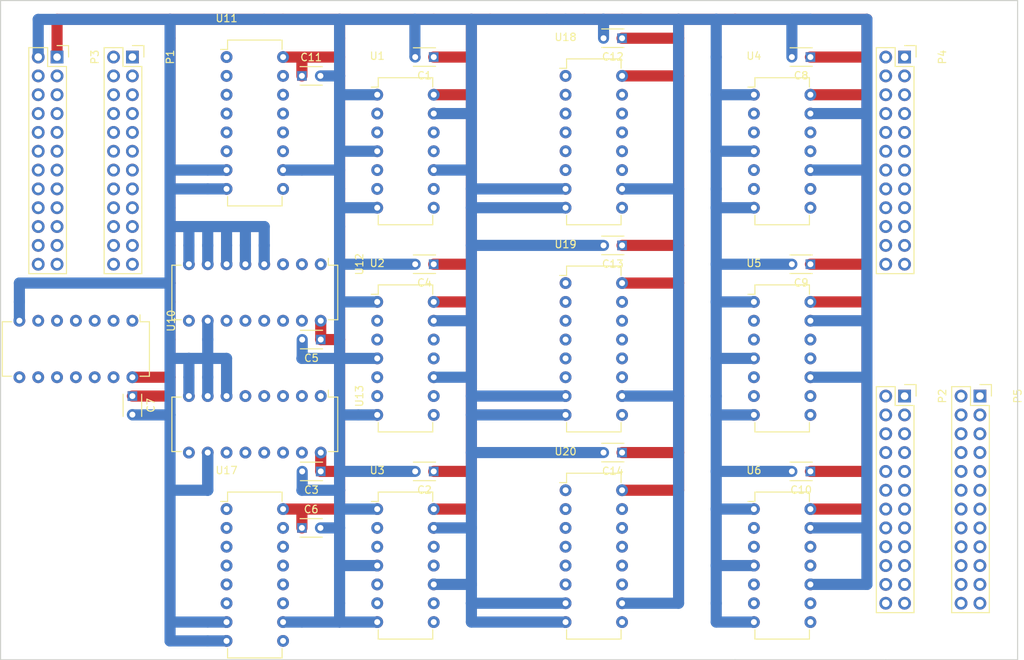
<source format=kicad_pcb>
(kicad_pcb (version 4) (host pcbnew 4.0.5+dfsg1-4~bpo8+1)

  (general
    (links 220)
    (no_connects 126)
    (area 17.634999 104.064999 156.035 193.195001)
    (thickness 1.6)
    (drawings 6)
    (tracks 485)
    (zones 0)
    (modules 33)
    (nets 76)
  )

  (page A4)
  (layers
    (0 F.Cu signal)
    (1 In1.Cu signal)
    (2 In2.Cu signal)
    (31 B.Cu signal)
    (33 F.Adhes user)
    (35 F.Paste user)
    (37 F.SilkS user)
    (39 F.Mask user)
    (40 Dwgs.User user)
    (41 Cmts.User user)
    (42 Eco1.User user)
    (43 Eco2.User user)
    (44 Edge.Cuts user)
    (45 Margin user)
    (47 F.CrtYd user)
    (49 F.Fab user)
  )

  (setup
    (last_trace_width 0.25)
    (user_trace_width 0.5)
    (user_trace_width 1)
    (user_trace_width 1.5)
    (user_trace_width 2)
    (trace_clearance 0.2)
    (zone_clearance 0.508)
    (zone_45_only no)
    (trace_min 0.2)
    (segment_width 0.2)
    (edge_width 0.15)
    (via_size 0.6)
    (via_drill 0.4)
    (via_min_size 0.4)
    (via_min_drill 0.3)
    (uvia_size 0.3)
    (uvia_drill 0.1)
    (uvias_allowed no)
    (uvia_min_size 0.2)
    (uvia_min_drill 0.1)
    (pcb_text_width 0.3)
    (pcb_text_size 1.5 1.5)
    (mod_edge_width 0.15)
    (mod_text_size 1 1)
    (mod_text_width 0.15)
    (pad_size 1.524 1.524)
    (pad_drill 0.762)
    (pad_to_mask_clearance 0.2)
    (aux_axis_origin 0 0)
    (visible_elements FFFFF77F)
    (pcbplotparams
      (layerselection 0x00030_80000001)
      (usegerberextensions false)
      (excludeedgelayer true)
      (linewidth 0.100000)
      (plotframeref false)
      (viasonmask false)
      (mode 1)
      (useauxorigin false)
      (hpglpennumber 1)
      (hpglpenspeed 20)
      (hpglpendiameter 15)
      (hpglpenoverlay 2)
      (psnegative false)
      (psa4output false)
      (plotreference true)
      (plotvalue true)
      (plotinvisibletext false)
      (padsonsilk false)
      (subtractmaskfromsilk false)
      (outputformat 1)
      (mirror false)
      (drillshape 1)
      (scaleselection 1)
      (outputdirectory ""))
  )

  (net 0 "")
  (net 1 GND)
  (net 2 VCC)
  (net 3 /CLK)
  (net 4 "Net-(U10-Pad2)")
  (net 5 "Net-(U10-Pad4)")
  (net 6 "Net-(U10-Pad6)")
  (net 7 "Net-(U10-Pad8)")
  (net 8 /IN_ALU_0)
  (net 9 /IN_ALU_1)
  (net 10 /IN_ALU_2)
  (net 11 /IN_ALU_3)
  (net 12 /IN_ALU_4)
  (net 13 /IN_ALU_5)
  (net 14 /IN_ALU_6)
  (net 15 /IN_ALU_7)
  (net 16 /IN_ALU_8)
  (net 17 /IN_ALU_9)
  (net 18 /IN_ALU_10)
  (net 19 /IN_ALU_11)
  (net 20 "Net-(U10-Pad10)")
  (net 21 "Net-(U10-Pad12)")
  (net 22 /OUT_PC_0)
  (net 23 /OUT_PC_1)
  (net 24 /OUT_PC_2)
  (net 25 /OUT_PC_3)
  (net 26 /OUT_PC_4)
  (net 27 /OUT_PC_5)
  (net 28 /OUT_PC_6)
  (net 29 /OUT_PC_7)
  (net 30 /OUT_PC_8)
  (net 31 /OUT_PC_9)
  (net 32 /OUT_PC_10)
  (net 33 /OUT_BUF_PC_0)
  (net 34 /OUT_BUF_PC_1)
  (net 35 /OUT_BUF_PC_2)
  (net 36 /OUT_BUF_PC_3)
  (net 37 /OUT_BUF_PC_4)
  (net 38 /OUT_BUF_PC_5)
  (net 39 /OUT_BUF_PC_6)
  (net 40 /OUT_BUF_PC_7)
  (net 41 /OUT_BUF_PC_8)
  (net 42 /OUT_BUF_PC_9)
  (net 43 /OUT_BUF_PC_10)
  (net 44 /OUT_BUF_PC_11)
  (net 45 /OUT_PC_11)
  (net 46 /LOAD_HI_PC)
  (net 47 /CLEAR_HI_PC)
  (net 48 /LOAD_LO_PC)
  (net 49 /CLEAR_LO_PC)
  (net 50 /OUT_AC_0)
  (net 51 /OUT_AC_1)
  (net 52 /OUT_AC_2)
  (net 53 /OUT_AC_3)
  (net 54 /OUT_AC_4)
  (net 55 /OUT_AC_5)
  (net 56 /OUT_AC_6)
  (net 57 /OUT_AC_7)
  (net 58 /OUT_AC_8)
  (net 59 /OUT_AC_9)
  (net 60 /OUT_AC_10)
  (net 61 /OUT_AC_11)
  (net 62 /LOAD_AC)
  (net 63 /CLEAR_AC)
  (net 64 /OUT_BUF_AC_0)
  (net 65 /OUT_BUF_AC_1)
  (net 66 /OUT_BUF_AC_2)
  (net 67 /OUT_BUF_AC_3)
  (net 68 /OUT_BUF_AC_4)
  (net 69 /OUT_BUF_AC_5)
  (net 70 /OUT_BUF_AC_6)
  (net 71 /OUT_BUF_AC_7)
  (net 72 /OUT_BUF_AC_8)
  (net 73 /OUT_BUF_AC_9)
  (net 74 /OUT_BUF_AC_10)
  (net 75 /OUT_BUF_AC_11)

  (net_class Default "This is the default net class."
    (clearance 0.2)
    (trace_width 0.25)
    (via_dia 0.6)
    (via_drill 0.4)
    (uvia_dia 0.3)
    (uvia_drill 0.1)
    (add_net /CLEAR_AC)
    (add_net /CLEAR_HI_PC)
    (add_net /CLEAR_LO_PC)
    (add_net /CLK)
    (add_net /IN_ALU_0)
    (add_net /IN_ALU_1)
    (add_net /IN_ALU_10)
    (add_net /IN_ALU_11)
    (add_net /IN_ALU_2)
    (add_net /IN_ALU_3)
    (add_net /IN_ALU_4)
    (add_net /IN_ALU_5)
    (add_net /IN_ALU_6)
    (add_net /IN_ALU_7)
    (add_net /IN_ALU_8)
    (add_net /IN_ALU_9)
    (add_net /LOAD_AC)
    (add_net /LOAD_HI_PC)
    (add_net /LOAD_LO_PC)
    (add_net /OUT_AC_0)
    (add_net /OUT_AC_1)
    (add_net /OUT_AC_10)
    (add_net /OUT_AC_11)
    (add_net /OUT_AC_2)
    (add_net /OUT_AC_3)
    (add_net /OUT_AC_4)
    (add_net /OUT_AC_5)
    (add_net /OUT_AC_6)
    (add_net /OUT_AC_7)
    (add_net /OUT_AC_8)
    (add_net /OUT_AC_9)
    (add_net /OUT_BUF_AC_0)
    (add_net /OUT_BUF_AC_1)
    (add_net /OUT_BUF_AC_10)
    (add_net /OUT_BUF_AC_11)
    (add_net /OUT_BUF_AC_2)
    (add_net /OUT_BUF_AC_3)
    (add_net /OUT_BUF_AC_4)
    (add_net /OUT_BUF_AC_5)
    (add_net /OUT_BUF_AC_6)
    (add_net /OUT_BUF_AC_7)
    (add_net /OUT_BUF_AC_8)
    (add_net /OUT_BUF_AC_9)
    (add_net /OUT_BUF_PC_0)
    (add_net /OUT_BUF_PC_1)
    (add_net /OUT_BUF_PC_10)
    (add_net /OUT_BUF_PC_11)
    (add_net /OUT_BUF_PC_2)
    (add_net /OUT_BUF_PC_3)
    (add_net /OUT_BUF_PC_4)
    (add_net /OUT_BUF_PC_5)
    (add_net /OUT_BUF_PC_6)
    (add_net /OUT_BUF_PC_7)
    (add_net /OUT_BUF_PC_8)
    (add_net /OUT_BUF_PC_9)
    (add_net /OUT_PC_0)
    (add_net /OUT_PC_1)
    (add_net /OUT_PC_10)
    (add_net /OUT_PC_11)
    (add_net /OUT_PC_2)
    (add_net /OUT_PC_3)
    (add_net /OUT_PC_4)
    (add_net /OUT_PC_5)
    (add_net /OUT_PC_6)
    (add_net /OUT_PC_7)
    (add_net /OUT_PC_8)
    (add_net /OUT_PC_9)
    (add_net GND)
    (add_net "Net-(U10-Pad10)")
    (add_net "Net-(U10-Pad12)")
    (add_net "Net-(U10-Pad2)")
    (add_net "Net-(U10-Pad4)")
    (add_net "Net-(U10-Pad6)")
    (add_net "Net-(U10-Pad8)")
    (add_net VCC)
  )

  (module Housings_DIP:DIP-16_W7.62mm (layer F.Cu) (tedit 54130A77) (tstamp 5AC22C40)
    (at 48.26 111.76)
    (descr "16-lead dip package, row spacing 7.62 mm (300 mils)")
    (tags "dil dip 2.54 300")
    (path /5AC22E53)
    (fp_text reference U11 (at 0 -5.22) (layer F.SilkS)
      (effects (font (size 1 1) (thickness 0.15)))
    )
    (fp_text value 74HC163 (at 0 -3.72) (layer F.Fab)
      (effects (font (size 1 1) (thickness 0.15)))
    )
    (fp_line (start -1.05 -2.45) (end -1.05 20.25) (layer F.CrtYd) (width 0.05))
    (fp_line (start 8.65 -2.45) (end 8.65 20.25) (layer F.CrtYd) (width 0.05))
    (fp_line (start -1.05 -2.45) (end 8.65 -2.45) (layer F.CrtYd) (width 0.05))
    (fp_line (start -1.05 20.25) (end 8.65 20.25) (layer F.CrtYd) (width 0.05))
    (fp_line (start 0.135 -2.295) (end 0.135 -1.025) (layer F.SilkS) (width 0.15))
    (fp_line (start 7.485 -2.295) (end 7.485 -1.025) (layer F.SilkS) (width 0.15))
    (fp_line (start 7.485 20.075) (end 7.485 18.805) (layer F.SilkS) (width 0.15))
    (fp_line (start 0.135 20.075) (end 0.135 18.805) (layer F.SilkS) (width 0.15))
    (fp_line (start 0.135 -2.295) (end 7.485 -2.295) (layer F.SilkS) (width 0.15))
    (fp_line (start 0.135 20.075) (end 7.485 20.075) (layer F.SilkS) (width 0.15))
    (fp_line (start 0.135 -1.025) (end -0.8 -1.025) (layer F.SilkS) (width 0.15))
    (pad 1 thru_hole oval (at 0 0) (size 1.6 1.6) (drill 0.8) (layers *.Cu *.Mask)
      (net 5 "Net-(U10-Pad4)"))
    (pad 2 thru_hole oval (at 0 2.54) (size 1.6 1.6) (drill 0.8) (layers *.Cu *.Mask)
      (net 3 /CLK))
    (pad 3 thru_hole oval (at 0 5.08) (size 1.6 1.6) (drill 0.8) (layers *.Cu *.Mask)
      (net 8 /IN_ALU_0))
    (pad 4 thru_hole oval (at 0 7.62) (size 1.6 1.6) (drill 0.8) (layers *.Cu *.Mask)
      (net 9 /IN_ALU_1))
    (pad 5 thru_hole oval (at 0 10.16) (size 1.6 1.6) (drill 0.8) (layers *.Cu *.Mask)
      (net 10 /IN_ALU_2))
    (pad 6 thru_hole oval (at 0 12.7) (size 1.6 1.6) (drill 0.8) (layers *.Cu *.Mask)
      (net 11 /IN_ALU_3))
    (pad 7 thru_hole oval (at 0 15.24) (size 1.6 1.6) (drill 0.8) (layers *.Cu *.Mask)
      (net 1 GND))
    (pad 8 thru_hole oval (at 0 17.78) (size 1.6 1.6) (drill 0.8) (layers *.Cu *.Mask)
      (net 1 GND))
    (pad 9 thru_hole oval (at 7.62 17.78) (size 1.6 1.6) (drill 0.8) (layers *.Cu *.Mask)
      (net 4 "Net-(U10-Pad2)"))
    (pad 10 thru_hole oval (at 7.62 15.24) (size 1.6 1.6) (drill 0.8) (layers *.Cu *.Mask)
      (net 1 GND))
    (pad 11 thru_hole oval (at 7.62 12.7) (size 1.6 1.6) (drill 0.8) (layers *.Cu *.Mask)
      (net 25 /OUT_PC_3))
    (pad 12 thru_hole oval (at 7.62 10.16) (size 1.6 1.6) (drill 0.8) (layers *.Cu *.Mask)
      (net 24 /OUT_PC_2))
    (pad 13 thru_hole oval (at 7.62 7.62) (size 1.6 1.6) (drill 0.8) (layers *.Cu *.Mask)
      (net 23 /OUT_PC_1))
    (pad 14 thru_hole oval (at 7.62 5.08) (size 1.6 1.6) (drill 0.8) (layers *.Cu *.Mask)
      (net 22 /OUT_PC_0))
    (pad 15 thru_hole oval (at 7.62 2.54) (size 1.6 1.6) (drill 0.8) (layers *.Cu *.Mask))
    (pad 16 thru_hole oval (at 7.62 0) (size 1.6 1.6) (drill 0.8) (layers *.Cu *.Mask)
      (net 2 VCC))
    (model Housings_DIP.3dshapes/DIP-16_W7.62mm.wrl
      (at (xyz 0 0 0))
      (scale (xyz 1 1 1))
      (rotate (xyz 0 0 0))
    )
  )

  (module Housings_DIP:DIP-16_W7.62mm (layer F.Cu) (tedit 54130A77) (tstamp 5AC24176)
    (at 60.96 139.7 270)
    (descr "16-lead dip package, row spacing 7.62 mm (300 mils)")
    (tags "dil dip 2.54 300")
    (path /5AC22F8A)
    (fp_text reference U12 (at 0 -5.22 270) (layer F.SilkS)
      (effects (font (size 1 1) (thickness 0.15)))
    )
    (fp_text value 74HC163 (at 0 -3.72 270) (layer F.Fab)
      (effects (font (size 1 1) (thickness 0.15)))
    )
    (fp_line (start -1.05 -2.45) (end -1.05 20.25) (layer F.CrtYd) (width 0.05))
    (fp_line (start 8.65 -2.45) (end 8.65 20.25) (layer F.CrtYd) (width 0.05))
    (fp_line (start -1.05 -2.45) (end 8.65 -2.45) (layer F.CrtYd) (width 0.05))
    (fp_line (start -1.05 20.25) (end 8.65 20.25) (layer F.CrtYd) (width 0.05))
    (fp_line (start 0.135 -2.295) (end 0.135 -1.025) (layer F.SilkS) (width 0.15))
    (fp_line (start 7.485 -2.295) (end 7.485 -1.025) (layer F.SilkS) (width 0.15))
    (fp_line (start 7.485 20.075) (end 7.485 18.805) (layer F.SilkS) (width 0.15))
    (fp_line (start 0.135 20.075) (end 0.135 18.805) (layer F.SilkS) (width 0.15))
    (fp_line (start 0.135 -2.295) (end 7.485 -2.295) (layer F.SilkS) (width 0.15))
    (fp_line (start 0.135 20.075) (end 7.485 20.075) (layer F.SilkS) (width 0.15))
    (fp_line (start 0.135 -1.025) (end -0.8 -1.025) (layer F.SilkS) (width 0.15))
    (pad 1 thru_hole oval (at 0 0 270) (size 1.6 1.6) (drill 0.8) (layers *.Cu *.Mask)
      (net 5 "Net-(U10-Pad4)"))
    (pad 2 thru_hole oval (at 0 2.54 270) (size 1.6 1.6) (drill 0.8) (layers *.Cu *.Mask)
      (net 3 /CLK))
    (pad 3 thru_hole oval (at 0 5.08 270) (size 1.6 1.6) (drill 0.8) (layers *.Cu *.Mask)
      (net 12 /IN_ALU_4))
    (pad 4 thru_hole oval (at 0 7.62 270) (size 1.6 1.6) (drill 0.8) (layers *.Cu *.Mask)
      (net 1 GND))
    (pad 5 thru_hole oval (at 0 10.16 270) (size 1.6 1.6) (drill 0.8) (layers *.Cu *.Mask)
      (net 1 GND))
    (pad 6 thru_hole oval (at 0 12.7 270) (size 1.6 1.6) (drill 0.8) (layers *.Cu *.Mask)
      (net 1 GND))
    (pad 7 thru_hole oval (at 0 15.24 270) (size 1.6 1.6) (drill 0.8) (layers *.Cu *.Mask)
      (net 1 GND))
    (pad 8 thru_hole oval (at 0 17.78 270) (size 1.6 1.6) (drill 0.8) (layers *.Cu *.Mask)
      (net 1 GND))
    (pad 9 thru_hole oval (at 7.62 17.78 270) (size 1.6 1.6) (drill 0.8) (layers *.Cu *.Mask)
      (net 4 "Net-(U10-Pad2)"))
    (pad 10 thru_hole oval (at 7.62 15.24 270) (size 1.6 1.6) (drill 0.8) (layers *.Cu *.Mask)
      (net 1 GND))
    (pad 11 thru_hole oval (at 7.62 12.7 270) (size 1.6 1.6) (drill 0.8) (layers *.Cu *.Mask))
    (pad 12 thru_hole oval (at 7.62 10.16 270) (size 1.6 1.6) (drill 0.8) (layers *.Cu *.Mask))
    (pad 13 thru_hole oval (at 7.62 7.62 270) (size 1.6 1.6) (drill 0.8) (layers *.Cu *.Mask))
    (pad 14 thru_hole oval (at 7.62 5.08 270) (size 1.6 1.6) (drill 0.8) (layers *.Cu *.Mask)
      (net 26 /OUT_PC_4))
    (pad 15 thru_hole oval (at 7.62 2.54 270) (size 1.6 1.6) (drill 0.8) (layers *.Cu *.Mask))
    (pad 16 thru_hole oval (at 7.62 0 270) (size 1.6 1.6) (drill 0.8) (layers *.Cu *.Mask)
      (net 2 VCC))
    (model Housings_DIP.3dshapes/DIP-16_W7.62mm.wrl
      (at (xyz 0 0 0))
      (scale (xyz 1 1 1))
      (rotate (xyz 0 0 0))
    )
  )

  (module Housings_DIP:DIP-16_W7.62mm (layer F.Cu) (tedit 54130A77) (tstamp 5AC2418A)
    (at 60.96 157.48 270)
    (descr "16-lead dip package, row spacing 7.62 mm (300 mils)")
    (tags "dil dip 2.54 300")
    (path /5AC2302F)
    (fp_text reference U13 (at 0 -5.22 270) (layer F.SilkS)
      (effects (font (size 1 1) (thickness 0.15)))
    )
    (fp_text value 74HC163 (at 0 -3.72 270) (layer F.Fab)
      (effects (font (size 1 1) (thickness 0.15)))
    )
    (fp_line (start -1.05 -2.45) (end -1.05 20.25) (layer F.CrtYd) (width 0.05))
    (fp_line (start 8.65 -2.45) (end 8.65 20.25) (layer F.CrtYd) (width 0.05))
    (fp_line (start -1.05 -2.45) (end 8.65 -2.45) (layer F.CrtYd) (width 0.05))
    (fp_line (start -1.05 20.25) (end 8.65 20.25) (layer F.CrtYd) (width 0.05))
    (fp_line (start 0.135 -2.295) (end 0.135 -1.025) (layer F.SilkS) (width 0.15))
    (fp_line (start 7.485 -2.295) (end 7.485 -1.025) (layer F.SilkS) (width 0.15))
    (fp_line (start 7.485 20.075) (end 7.485 18.805) (layer F.SilkS) (width 0.15))
    (fp_line (start 0.135 20.075) (end 0.135 18.805) (layer F.SilkS) (width 0.15))
    (fp_line (start 0.135 -2.295) (end 7.485 -2.295) (layer F.SilkS) (width 0.15))
    (fp_line (start 0.135 20.075) (end 7.485 20.075) (layer F.SilkS) (width 0.15))
    (fp_line (start 0.135 -1.025) (end -0.8 -1.025) (layer F.SilkS) (width 0.15))
    (pad 1 thru_hole oval (at 0 0 270) (size 1.6 1.6) (drill 0.8) (layers *.Cu *.Mask)
      (net 7 "Net-(U10-Pad8)"))
    (pad 2 thru_hole oval (at 0 2.54 270) (size 1.6 1.6) (drill 0.8) (layers *.Cu *.Mask)
      (net 3 /CLK))
    (pad 3 thru_hole oval (at 0 5.08 270) (size 1.6 1.6) (drill 0.8) (layers *.Cu *.Mask)
      (net 13 /IN_ALU_5))
    (pad 4 thru_hole oval (at 0 7.62 270) (size 1.6 1.6) (drill 0.8) (layers *.Cu *.Mask)
      (net 14 /IN_ALU_6))
    (pad 5 thru_hole oval (at 0 10.16 270) (size 1.6 1.6) (drill 0.8) (layers *.Cu *.Mask)
      (net 15 /IN_ALU_7))
    (pad 6 thru_hole oval (at 0 12.7 270) (size 1.6 1.6) (drill 0.8) (layers *.Cu *.Mask)
      (net 1 GND))
    (pad 7 thru_hole oval (at 0 15.24 270) (size 1.6 1.6) (drill 0.8) (layers *.Cu *.Mask)
      (net 1 GND))
    (pad 8 thru_hole oval (at 0 17.78 270) (size 1.6 1.6) (drill 0.8) (layers *.Cu *.Mask)
      (net 1 GND))
    (pad 9 thru_hole oval (at 7.62 17.78 270) (size 1.6 1.6) (drill 0.8) (layers *.Cu *.Mask)
      (net 6 "Net-(U10-Pad6)"))
    (pad 10 thru_hole oval (at 7.62 15.24 270) (size 1.6 1.6) (drill 0.8) (layers *.Cu *.Mask)
      (net 1 GND))
    (pad 11 thru_hole oval (at 7.62 12.7 270) (size 1.6 1.6) (drill 0.8) (layers *.Cu *.Mask))
    (pad 12 thru_hole oval (at 7.62 10.16 270) (size 1.6 1.6) (drill 0.8) (layers *.Cu *.Mask)
      (net 29 /OUT_PC_7))
    (pad 13 thru_hole oval (at 7.62 7.62 270) (size 1.6 1.6) (drill 0.8) (layers *.Cu *.Mask)
      (net 28 /OUT_PC_6))
    (pad 14 thru_hole oval (at 7.62 5.08 270) (size 1.6 1.6) (drill 0.8) (layers *.Cu *.Mask)
      (net 27 /OUT_PC_5))
    (pad 15 thru_hole oval (at 7.62 2.54 270) (size 1.6 1.6) (drill 0.8) (layers *.Cu *.Mask))
    (pad 16 thru_hole oval (at 7.62 0 270) (size 1.6 1.6) (drill 0.8) (layers *.Cu *.Mask)
      (net 2 VCC))
    (model Housings_DIP.3dshapes/DIP-16_W7.62mm.wrl
      (at (xyz 0 0 0))
      (scale (xyz 1 1 1))
      (rotate (xyz 0 0 0))
    )
  )

  (module Capacitors_ThroughHole:C_Disc_D3_P2.5 (layer F.Cu) (tedit 0) (tstamp 5AC251C1)
    (at 76.2 111.76 180)
    (descr "Capacitor 3mm Disc, Pitch 2.5mm")
    (tags Capacitor)
    (path /5AC4BCD0)
    (fp_text reference C1 (at 1.25 -2.5 180) (layer F.SilkS)
      (effects (font (size 1 1) (thickness 0.15)))
    )
    (fp_text value 1uF (at 1.25 2.5 180) (layer F.Fab)
      (effects (font (size 1 1) (thickness 0.15)))
    )
    (fp_line (start -0.9 -1.5) (end 3.4 -1.5) (layer F.CrtYd) (width 0.05))
    (fp_line (start 3.4 -1.5) (end 3.4 1.5) (layer F.CrtYd) (width 0.05))
    (fp_line (start 3.4 1.5) (end -0.9 1.5) (layer F.CrtYd) (width 0.05))
    (fp_line (start -0.9 1.5) (end -0.9 -1.5) (layer F.CrtYd) (width 0.05))
    (fp_line (start -0.25 -1.25) (end 2.75 -1.25) (layer F.SilkS) (width 0.15))
    (fp_line (start 2.75 1.25) (end -0.25 1.25) (layer F.SilkS) (width 0.15))
    (pad 1 thru_hole rect (at 0 0 180) (size 1.3 1.3) (drill 0.8) (layers *.Cu *.Mask)
      (net 2 VCC))
    (pad 2 thru_hole circle (at 2.5 0 180) (size 1.3 1.3) (drill 0.8001) (layers *.Cu *.Mask)
      (net 1 GND))
    (model Capacitors_ThroughHole.3dshapes/C_Disc_D3_P2.5.wrl
      (at (xyz 0.0492126 0 0))
      (scale (xyz 1 1 1))
      (rotate (xyz 0 0 0))
    )
  )

  (module Capacitors_ThroughHole:C_Disc_D3_P2.5 (layer F.Cu) (tedit 0) (tstamp 5AC251C7)
    (at 76.2 167.64 180)
    (descr "Capacitor 3mm Disc, Pitch 2.5mm")
    (tags Capacitor)
    (path /5AC4E758)
    (fp_text reference C2 (at 1.25 -2.5 180) (layer F.SilkS)
      (effects (font (size 1 1) (thickness 0.15)))
    )
    (fp_text value 1uF (at 1.25 2.5 180) (layer F.Fab)
      (effects (font (size 1 1) (thickness 0.15)))
    )
    (fp_line (start -0.9 -1.5) (end 3.4 -1.5) (layer F.CrtYd) (width 0.05))
    (fp_line (start 3.4 -1.5) (end 3.4 1.5) (layer F.CrtYd) (width 0.05))
    (fp_line (start 3.4 1.5) (end -0.9 1.5) (layer F.CrtYd) (width 0.05))
    (fp_line (start -0.9 1.5) (end -0.9 -1.5) (layer F.CrtYd) (width 0.05))
    (fp_line (start -0.25 -1.25) (end 2.75 -1.25) (layer F.SilkS) (width 0.15))
    (fp_line (start 2.75 1.25) (end -0.25 1.25) (layer F.SilkS) (width 0.15))
    (pad 1 thru_hole rect (at 0 0 180) (size 1.3 1.3) (drill 0.8) (layers *.Cu *.Mask)
      (net 2 VCC))
    (pad 2 thru_hole circle (at 2.5 0 180) (size 1.3 1.3) (drill 0.8001) (layers *.Cu *.Mask)
      (net 1 GND))
    (model Capacitors_ThroughHole.3dshapes/C_Disc_D3_P2.5.wrl
      (at (xyz 0.0492126 0 0))
      (scale (xyz 1 1 1))
      (rotate (xyz 0 0 0))
    )
  )

  (module Capacitors_ThroughHole:C_Disc_D3_P2.5 (layer F.Cu) (tedit 0) (tstamp 5AC251CD)
    (at 60.96 167.64 180)
    (descr "Capacitor 3mm Disc, Pitch 2.5mm")
    (tags Capacitor)
    (path /5AC4E816)
    (fp_text reference C3 (at 1.25 -2.5 180) (layer F.SilkS)
      (effects (font (size 1 1) (thickness 0.15)))
    )
    (fp_text value 1uF (at 1.25 2.5 180) (layer F.Fab)
      (effects (font (size 1 1) (thickness 0.15)))
    )
    (fp_line (start -0.9 -1.5) (end 3.4 -1.5) (layer F.CrtYd) (width 0.05))
    (fp_line (start 3.4 -1.5) (end 3.4 1.5) (layer F.CrtYd) (width 0.05))
    (fp_line (start 3.4 1.5) (end -0.9 1.5) (layer F.CrtYd) (width 0.05))
    (fp_line (start -0.9 1.5) (end -0.9 -1.5) (layer F.CrtYd) (width 0.05))
    (fp_line (start -0.25 -1.25) (end 2.75 -1.25) (layer F.SilkS) (width 0.15))
    (fp_line (start 2.75 1.25) (end -0.25 1.25) (layer F.SilkS) (width 0.15))
    (pad 1 thru_hole rect (at 0 0 180) (size 1.3 1.3) (drill 0.8) (layers *.Cu *.Mask)
      (net 2 VCC))
    (pad 2 thru_hole circle (at 2.5 0 180) (size 1.3 1.3) (drill 0.8001) (layers *.Cu *.Mask)
      (net 1 GND))
    (model Capacitors_ThroughHole.3dshapes/C_Disc_D3_P2.5.wrl
      (at (xyz 0.0492126 0 0))
      (scale (xyz 1 1 1))
      (rotate (xyz 0 0 0))
    )
  )

  (module Capacitors_ThroughHole:C_Disc_D3_P2.5 (layer F.Cu) (tedit 0) (tstamp 5AC251D3)
    (at 76.2 139.7 180)
    (descr "Capacitor 3mm Disc, Pitch 2.5mm")
    (tags Capacitor)
    (path /5AC4E8D6)
    (fp_text reference C4 (at 1.25 -2.5 180) (layer F.SilkS)
      (effects (font (size 1 1) (thickness 0.15)))
    )
    (fp_text value 1uF (at 1.25 2.5 180) (layer F.Fab)
      (effects (font (size 1 1) (thickness 0.15)))
    )
    (fp_line (start -0.9 -1.5) (end 3.4 -1.5) (layer F.CrtYd) (width 0.05))
    (fp_line (start 3.4 -1.5) (end 3.4 1.5) (layer F.CrtYd) (width 0.05))
    (fp_line (start 3.4 1.5) (end -0.9 1.5) (layer F.CrtYd) (width 0.05))
    (fp_line (start -0.9 1.5) (end -0.9 -1.5) (layer F.CrtYd) (width 0.05))
    (fp_line (start -0.25 -1.25) (end 2.75 -1.25) (layer F.SilkS) (width 0.15))
    (fp_line (start 2.75 1.25) (end -0.25 1.25) (layer F.SilkS) (width 0.15))
    (pad 1 thru_hole rect (at 0 0 180) (size 1.3 1.3) (drill 0.8) (layers *.Cu *.Mask)
      (net 2 VCC))
    (pad 2 thru_hole circle (at 2.5 0 180) (size 1.3 1.3) (drill 0.8001) (layers *.Cu *.Mask)
      (net 1 GND))
    (model Capacitors_ThroughHole.3dshapes/C_Disc_D3_P2.5.wrl
      (at (xyz 0.0492126 0 0))
      (scale (xyz 1 1 1))
      (rotate (xyz 0 0 0))
    )
  )

  (module Capacitors_ThroughHole:C_Disc_D3_P2.5 (layer F.Cu) (tedit 0) (tstamp 5AC251D9)
    (at 60.96 149.86 180)
    (descr "Capacitor 3mm Disc, Pitch 2.5mm")
    (tags Capacitor)
    (path /5AC4E992)
    (fp_text reference C5 (at 1.25 -2.5 180) (layer F.SilkS)
      (effects (font (size 1 1) (thickness 0.15)))
    )
    (fp_text value 1uF (at 1.25 2.5 180) (layer F.Fab)
      (effects (font (size 1 1) (thickness 0.15)))
    )
    (fp_line (start -0.9 -1.5) (end 3.4 -1.5) (layer F.CrtYd) (width 0.05))
    (fp_line (start 3.4 -1.5) (end 3.4 1.5) (layer F.CrtYd) (width 0.05))
    (fp_line (start 3.4 1.5) (end -0.9 1.5) (layer F.CrtYd) (width 0.05))
    (fp_line (start -0.9 1.5) (end -0.9 -1.5) (layer F.CrtYd) (width 0.05))
    (fp_line (start -0.25 -1.25) (end 2.75 -1.25) (layer F.SilkS) (width 0.15))
    (fp_line (start 2.75 1.25) (end -0.25 1.25) (layer F.SilkS) (width 0.15))
    (pad 1 thru_hole rect (at 0 0 180) (size 1.3 1.3) (drill 0.8) (layers *.Cu *.Mask)
      (net 2 VCC))
    (pad 2 thru_hole circle (at 2.5 0 180) (size 1.3 1.3) (drill 0.8001) (layers *.Cu *.Mask)
      (net 1 GND))
    (model Capacitors_ThroughHole.3dshapes/C_Disc_D3_P2.5.wrl
      (at (xyz 0.0492126 0 0))
      (scale (xyz 1 1 1))
      (rotate (xyz 0 0 0))
    )
  )

  (module Capacitors_ThroughHole:C_Disc_D3_P2.5 (layer F.Cu) (tedit 0) (tstamp 5AC251DF)
    (at 58.42 175.26)
    (descr "Capacitor 3mm Disc, Pitch 2.5mm")
    (tags Capacitor)
    (path /5AC4ECB4)
    (fp_text reference C6 (at 1.25 -2.5) (layer F.SilkS)
      (effects (font (size 1 1) (thickness 0.15)))
    )
    (fp_text value 1uF (at 1.25 2.5) (layer F.Fab)
      (effects (font (size 1 1) (thickness 0.15)))
    )
    (fp_line (start -0.9 -1.5) (end 3.4 -1.5) (layer F.CrtYd) (width 0.05))
    (fp_line (start 3.4 -1.5) (end 3.4 1.5) (layer F.CrtYd) (width 0.05))
    (fp_line (start 3.4 1.5) (end -0.9 1.5) (layer F.CrtYd) (width 0.05))
    (fp_line (start -0.9 1.5) (end -0.9 -1.5) (layer F.CrtYd) (width 0.05))
    (fp_line (start -0.25 -1.25) (end 2.75 -1.25) (layer F.SilkS) (width 0.15))
    (fp_line (start 2.75 1.25) (end -0.25 1.25) (layer F.SilkS) (width 0.15))
    (pad 1 thru_hole rect (at 0 0) (size 1.3 1.3) (drill 0.8) (layers *.Cu *.Mask)
      (net 2 VCC))
    (pad 2 thru_hole circle (at 2.5 0) (size 1.3 1.3) (drill 0.8001) (layers *.Cu *.Mask)
      (net 1 GND))
    (model Capacitors_ThroughHole.3dshapes/C_Disc_D3_P2.5.wrl
      (at (xyz 0.0492126 0 0))
      (scale (xyz 1 1 1))
      (rotate (xyz 0 0 0))
    )
  )

  (module Capacitors_ThroughHole:C_Disc_D3_P2.5 (layer F.Cu) (tedit 0) (tstamp 5AC251E5)
    (at 35.56 157.48 270)
    (descr "Capacitor 3mm Disc, Pitch 2.5mm")
    (tags Capacitor)
    (path /5AC4ECBA)
    (fp_text reference C7 (at 1.25 -2.5 270) (layer F.SilkS)
      (effects (font (size 1 1) (thickness 0.15)))
    )
    (fp_text value 1uF (at 1.25 2.5 270) (layer F.Fab)
      (effects (font (size 1 1) (thickness 0.15)))
    )
    (fp_line (start -0.9 -1.5) (end 3.4 -1.5) (layer F.CrtYd) (width 0.05))
    (fp_line (start 3.4 -1.5) (end 3.4 1.5) (layer F.CrtYd) (width 0.05))
    (fp_line (start 3.4 1.5) (end -0.9 1.5) (layer F.CrtYd) (width 0.05))
    (fp_line (start -0.9 1.5) (end -0.9 -1.5) (layer F.CrtYd) (width 0.05))
    (fp_line (start -0.25 -1.25) (end 2.75 -1.25) (layer F.SilkS) (width 0.15))
    (fp_line (start 2.75 1.25) (end -0.25 1.25) (layer F.SilkS) (width 0.15))
    (pad 1 thru_hole rect (at 0 0 270) (size 1.3 1.3) (drill 0.8) (layers *.Cu *.Mask)
      (net 2 VCC))
    (pad 2 thru_hole circle (at 2.5 0 270) (size 1.3 1.3) (drill 0.8001) (layers *.Cu *.Mask)
      (net 1 GND))
    (model Capacitors_ThroughHole.3dshapes/C_Disc_D3_P2.5.wrl
      (at (xyz 0.0492126 0 0))
      (scale (xyz 1 1 1))
      (rotate (xyz 0 0 0))
    )
  )

  (module Capacitors_ThroughHole:C_Disc_D3_P2.5 (layer F.Cu) (tedit 0) (tstamp 5AC251EB)
    (at 127 111.76 180)
    (descr "Capacitor 3mm Disc, Pitch 2.5mm")
    (tags Capacitor)
    (path /5AC4ECC0)
    (fp_text reference C8 (at 1.25 -2.5 180) (layer F.SilkS)
      (effects (font (size 1 1) (thickness 0.15)))
    )
    (fp_text value 1uF (at 1.25 2.5 180) (layer F.Fab)
      (effects (font (size 1 1) (thickness 0.15)))
    )
    (fp_line (start -0.9 -1.5) (end 3.4 -1.5) (layer F.CrtYd) (width 0.05))
    (fp_line (start 3.4 -1.5) (end 3.4 1.5) (layer F.CrtYd) (width 0.05))
    (fp_line (start 3.4 1.5) (end -0.9 1.5) (layer F.CrtYd) (width 0.05))
    (fp_line (start -0.9 1.5) (end -0.9 -1.5) (layer F.CrtYd) (width 0.05))
    (fp_line (start -0.25 -1.25) (end 2.75 -1.25) (layer F.SilkS) (width 0.15))
    (fp_line (start 2.75 1.25) (end -0.25 1.25) (layer F.SilkS) (width 0.15))
    (pad 1 thru_hole rect (at 0 0 180) (size 1.3 1.3) (drill 0.8) (layers *.Cu *.Mask)
      (net 2 VCC))
    (pad 2 thru_hole circle (at 2.5 0 180) (size 1.3 1.3) (drill 0.8001) (layers *.Cu *.Mask)
      (net 1 GND))
    (model Capacitors_ThroughHole.3dshapes/C_Disc_D3_P2.5.wrl
      (at (xyz 0.0492126 0 0))
      (scale (xyz 1 1 1))
      (rotate (xyz 0 0 0))
    )
  )

  (module Capacitors_ThroughHole:C_Disc_D3_P2.5 (layer F.Cu) (tedit 0) (tstamp 5AC251F1)
    (at 127 139.7 180)
    (descr "Capacitor 3mm Disc, Pitch 2.5mm")
    (tags Capacitor)
    (path /5ACB164E)
    (fp_text reference C9 (at 1.25 -2.5 180) (layer F.SilkS)
      (effects (font (size 1 1) (thickness 0.15)))
    )
    (fp_text value 1uF (at 1.25 2.5 180) (layer F.Fab)
      (effects (font (size 1 1) (thickness 0.15)))
    )
    (fp_line (start -0.9 -1.5) (end 3.4 -1.5) (layer F.CrtYd) (width 0.05))
    (fp_line (start 3.4 -1.5) (end 3.4 1.5) (layer F.CrtYd) (width 0.05))
    (fp_line (start 3.4 1.5) (end -0.9 1.5) (layer F.CrtYd) (width 0.05))
    (fp_line (start -0.9 1.5) (end -0.9 -1.5) (layer F.CrtYd) (width 0.05))
    (fp_line (start -0.25 -1.25) (end 2.75 -1.25) (layer F.SilkS) (width 0.15))
    (fp_line (start 2.75 1.25) (end -0.25 1.25) (layer F.SilkS) (width 0.15))
    (pad 1 thru_hole rect (at 0 0 180) (size 1.3 1.3) (drill 0.8) (layers *.Cu *.Mask)
      (net 2 VCC))
    (pad 2 thru_hole circle (at 2.5 0 180) (size 1.3 1.3) (drill 0.8001) (layers *.Cu *.Mask)
      (net 1 GND))
    (model Capacitors_ThroughHole.3dshapes/C_Disc_D3_P2.5.wrl
      (at (xyz 0.0492126 0 0))
      (scale (xyz 1 1 1))
      (rotate (xyz 0 0 0))
    )
  )

  (module Capacitors_ThroughHole:C_Disc_D3_P2.5 (layer F.Cu) (tedit 0) (tstamp 5AC251F7)
    (at 127 167.64 180)
    (descr "Capacitor 3mm Disc, Pitch 2.5mm")
    (tags Capacitor)
    (path /5ACB1654)
    (fp_text reference C10 (at 1.25 -2.5 180) (layer F.SilkS)
      (effects (font (size 1 1) (thickness 0.15)))
    )
    (fp_text value 1uF (at 1.25 2.5 180) (layer F.Fab)
      (effects (font (size 1 1) (thickness 0.15)))
    )
    (fp_line (start -0.9 -1.5) (end 3.4 -1.5) (layer F.CrtYd) (width 0.05))
    (fp_line (start 3.4 -1.5) (end 3.4 1.5) (layer F.CrtYd) (width 0.05))
    (fp_line (start 3.4 1.5) (end -0.9 1.5) (layer F.CrtYd) (width 0.05))
    (fp_line (start -0.9 1.5) (end -0.9 -1.5) (layer F.CrtYd) (width 0.05))
    (fp_line (start -0.25 -1.25) (end 2.75 -1.25) (layer F.SilkS) (width 0.15))
    (fp_line (start 2.75 1.25) (end -0.25 1.25) (layer F.SilkS) (width 0.15))
    (pad 1 thru_hole rect (at 0 0 180) (size 1.3 1.3) (drill 0.8) (layers *.Cu *.Mask)
      (net 2 VCC))
    (pad 2 thru_hole circle (at 2.5 0 180) (size 1.3 1.3) (drill 0.8001) (layers *.Cu *.Mask)
      (net 1 GND))
    (model Capacitors_ThroughHole.3dshapes/C_Disc_D3_P2.5.wrl
      (at (xyz 0.0492126 0 0))
      (scale (xyz 1 1 1))
      (rotate (xyz 0 0 0))
    )
  )

  (module Capacitors_ThroughHole:C_Disc_D3_P2.5 (layer F.Cu) (tedit 0) (tstamp 5AC251FD)
    (at 58.42 114.3)
    (descr "Capacitor 3mm Disc, Pitch 2.5mm")
    (tags Capacitor)
    (path /5ACB165A)
    (fp_text reference C11 (at 1.25 -2.5) (layer F.SilkS)
      (effects (font (size 1 1) (thickness 0.15)))
    )
    (fp_text value 1uF (at 1.25 2.5) (layer F.Fab)
      (effects (font (size 1 1) (thickness 0.15)))
    )
    (fp_line (start -0.9 -1.5) (end 3.4 -1.5) (layer F.CrtYd) (width 0.05))
    (fp_line (start 3.4 -1.5) (end 3.4 1.5) (layer F.CrtYd) (width 0.05))
    (fp_line (start 3.4 1.5) (end -0.9 1.5) (layer F.CrtYd) (width 0.05))
    (fp_line (start -0.9 1.5) (end -0.9 -1.5) (layer F.CrtYd) (width 0.05))
    (fp_line (start -0.25 -1.25) (end 2.75 -1.25) (layer F.SilkS) (width 0.15))
    (fp_line (start 2.75 1.25) (end -0.25 1.25) (layer F.SilkS) (width 0.15))
    (pad 1 thru_hole rect (at 0 0) (size 1.3 1.3) (drill 0.8) (layers *.Cu *.Mask)
      (net 2 VCC))
    (pad 2 thru_hole circle (at 2.5 0) (size 1.3 1.3) (drill 0.8001) (layers *.Cu *.Mask)
      (net 1 GND))
    (model Capacitors_ThroughHole.3dshapes/C_Disc_D3_P2.5.wrl
      (at (xyz 0.0492126 0 0))
      (scale (xyz 1 1 1))
      (rotate (xyz 0 0 0))
    )
  )

  (module Housings_DIP:DIP-14_W7.62mm (layer F.Cu) (tedit 54130A77) (tstamp 5AC38A6A)
    (at 68.58 116.84)
    (descr "14-lead dip package, row spacing 7.62 mm (300 mils)")
    (tags "dil dip 2.54 300")
    (path /5AC49176)
    (fp_text reference U1 (at 0 -5.22) (layer F.SilkS)
      (effects (font (size 1 1) (thickness 0.15)))
    )
    (fp_text value 74HC125 (at 0 -3.72) (layer F.Fab)
      (effects (font (size 1 1) (thickness 0.15)))
    )
    (fp_line (start -1.05 -2.45) (end -1.05 17.7) (layer F.CrtYd) (width 0.05))
    (fp_line (start 8.65 -2.45) (end 8.65 17.7) (layer F.CrtYd) (width 0.05))
    (fp_line (start -1.05 -2.45) (end 8.65 -2.45) (layer F.CrtYd) (width 0.05))
    (fp_line (start -1.05 17.7) (end 8.65 17.7) (layer F.CrtYd) (width 0.05))
    (fp_line (start 0.135 -2.295) (end 0.135 -1.025) (layer F.SilkS) (width 0.15))
    (fp_line (start 7.485 -2.295) (end 7.485 -1.025) (layer F.SilkS) (width 0.15))
    (fp_line (start 7.485 17.535) (end 7.485 16.265) (layer F.SilkS) (width 0.15))
    (fp_line (start 0.135 17.535) (end 0.135 16.265) (layer F.SilkS) (width 0.15))
    (fp_line (start 0.135 -2.295) (end 7.485 -2.295) (layer F.SilkS) (width 0.15))
    (fp_line (start 0.135 17.535) (end 7.485 17.535) (layer F.SilkS) (width 0.15))
    (fp_line (start 0.135 -1.025) (end -0.8 -1.025) (layer F.SilkS) (width 0.15))
    (pad 1 thru_hole oval (at 0 0) (size 1.6 1.6) (drill 0.8) (layers *.Cu *.Mask)
      (net 1 GND))
    (pad 2 thru_hole oval (at 0 2.54) (size 1.6 1.6) (drill 0.8) (layers *.Cu *.Mask)
      (net 22 /OUT_PC_0))
    (pad 3 thru_hole oval (at 0 5.08) (size 1.6 1.6) (drill 0.8) (layers *.Cu *.Mask)
      (net 33 /OUT_BUF_PC_0))
    (pad 4 thru_hole oval (at 0 7.62) (size 1.6 1.6) (drill 0.8) (layers *.Cu *.Mask)
      (net 1 GND))
    (pad 5 thru_hole oval (at 0 10.16) (size 1.6 1.6) (drill 0.8) (layers *.Cu *.Mask)
      (net 23 /OUT_PC_1))
    (pad 6 thru_hole oval (at 0 12.7) (size 1.6 1.6) (drill 0.8) (layers *.Cu *.Mask)
      (net 34 /OUT_BUF_PC_1))
    (pad 7 thru_hole oval (at 0 15.24) (size 1.6 1.6) (drill 0.8) (layers *.Cu *.Mask)
      (net 1 GND))
    (pad 8 thru_hole oval (at 7.62 15.24) (size 1.6 1.6) (drill 0.8) (layers *.Cu *.Mask)
      (net 35 /OUT_BUF_PC_2))
    (pad 9 thru_hole oval (at 7.62 12.7) (size 1.6 1.6) (drill 0.8) (layers *.Cu *.Mask)
      (net 24 /OUT_PC_2))
    (pad 10 thru_hole oval (at 7.62 10.16) (size 1.6 1.6) (drill 0.8) (layers *.Cu *.Mask)
      (net 1 GND))
    (pad 11 thru_hole oval (at 7.62 7.62) (size 1.6 1.6) (drill 0.8) (layers *.Cu *.Mask)
      (net 36 /OUT_BUF_PC_3))
    (pad 12 thru_hole oval (at 7.62 5.08) (size 1.6 1.6) (drill 0.8) (layers *.Cu *.Mask)
      (net 25 /OUT_PC_3))
    (pad 13 thru_hole oval (at 7.62 2.54) (size 1.6 1.6) (drill 0.8) (layers *.Cu *.Mask)
      (net 1 GND))
    (pad 14 thru_hole oval (at 7.62 0) (size 1.6 1.6) (drill 0.8) (layers *.Cu *.Mask)
      (net 2 VCC))
    (model Housings_DIP.3dshapes/DIP-14_W7.62mm.wrl
      (at (xyz 0 0 0))
      (scale (xyz 1 1 1))
      (rotate (xyz 0 0 0))
    )
  )

  (module Housings_DIP:DIP-14_W7.62mm (layer F.Cu) (tedit 54130A77) (tstamp 5AC38A7B)
    (at 35.56 147.32 270)
    (descr "14-lead dip package, row spacing 7.62 mm (300 mils)")
    (tags "dil dip 2.54 300")
    (path /5AC241D4)
    (fp_text reference U10 (at 0 -5.22 270) (layer F.SilkS)
      (effects (font (size 1 1) (thickness 0.15)))
    )
    (fp_text value 74HC04 (at 0 -3.72 270) (layer F.Fab)
      (effects (font (size 1 1) (thickness 0.15)))
    )
    (fp_line (start -1.05 -2.45) (end -1.05 17.7) (layer F.CrtYd) (width 0.05))
    (fp_line (start 8.65 -2.45) (end 8.65 17.7) (layer F.CrtYd) (width 0.05))
    (fp_line (start -1.05 -2.45) (end 8.65 -2.45) (layer F.CrtYd) (width 0.05))
    (fp_line (start -1.05 17.7) (end 8.65 17.7) (layer F.CrtYd) (width 0.05))
    (fp_line (start 0.135 -2.295) (end 0.135 -1.025) (layer F.SilkS) (width 0.15))
    (fp_line (start 7.485 -2.295) (end 7.485 -1.025) (layer F.SilkS) (width 0.15))
    (fp_line (start 7.485 17.535) (end 7.485 16.265) (layer F.SilkS) (width 0.15))
    (fp_line (start 0.135 17.535) (end 0.135 16.265) (layer F.SilkS) (width 0.15))
    (fp_line (start 0.135 -2.295) (end 7.485 -2.295) (layer F.SilkS) (width 0.15))
    (fp_line (start 0.135 17.535) (end 7.485 17.535) (layer F.SilkS) (width 0.15))
    (fp_line (start 0.135 -1.025) (end -0.8 -1.025) (layer F.SilkS) (width 0.15))
    (pad 1 thru_hole oval (at 0 0 270) (size 1.6 1.6) (drill 0.8) (layers *.Cu *.Mask)
      (net 46 /LOAD_HI_PC))
    (pad 2 thru_hole oval (at 0 2.54 270) (size 1.6 1.6) (drill 0.8) (layers *.Cu *.Mask)
      (net 4 "Net-(U10-Pad2)"))
    (pad 3 thru_hole oval (at 0 5.08 270) (size 1.6 1.6) (drill 0.8) (layers *.Cu *.Mask)
      (net 47 /CLEAR_HI_PC))
    (pad 4 thru_hole oval (at 0 7.62 270) (size 1.6 1.6) (drill 0.8) (layers *.Cu *.Mask)
      (net 5 "Net-(U10-Pad4)"))
    (pad 5 thru_hole oval (at 0 10.16 270) (size 1.6 1.6) (drill 0.8) (layers *.Cu *.Mask)
      (net 48 /LOAD_LO_PC))
    (pad 6 thru_hole oval (at 0 12.7 270) (size 1.6 1.6) (drill 0.8) (layers *.Cu *.Mask)
      (net 6 "Net-(U10-Pad6)"))
    (pad 7 thru_hole oval (at 0 15.24 270) (size 1.6 1.6) (drill 0.8) (layers *.Cu *.Mask)
      (net 1 GND))
    (pad 8 thru_hole oval (at 7.62 15.24 270) (size 1.6 1.6) (drill 0.8) (layers *.Cu *.Mask)
      (net 7 "Net-(U10-Pad8)"))
    (pad 9 thru_hole oval (at 7.62 12.7 270) (size 1.6 1.6) (drill 0.8) (layers *.Cu *.Mask)
      (net 49 /CLEAR_LO_PC))
    (pad 10 thru_hole oval (at 7.62 10.16 270) (size 1.6 1.6) (drill 0.8) (layers *.Cu *.Mask)
      (net 20 "Net-(U10-Pad10)"))
    (pad 11 thru_hole oval (at 7.62 7.62 270) (size 1.6 1.6) (drill 0.8) (layers *.Cu *.Mask)
      (net 62 /LOAD_AC))
    (pad 12 thru_hole oval (at 7.62 5.08 270) (size 1.6 1.6) (drill 0.8) (layers *.Cu *.Mask)
      (net 21 "Net-(U10-Pad12)"))
    (pad 13 thru_hole oval (at 7.62 2.54 270) (size 1.6 1.6) (drill 0.8) (layers *.Cu *.Mask)
      (net 63 /CLEAR_AC))
    (pad 14 thru_hole oval (at 7.62 0 270) (size 1.6 1.6) (drill 0.8) (layers *.Cu *.Mask)
      (net 2 VCC))
    (model Housings_DIP.3dshapes/DIP-14_W7.62mm.wrl
      (at (xyz 0 0 0))
      (scale (xyz 1 1 1))
      (rotate (xyz 0 0 0))
    )
  )

  (module Housings_DIP:DIP-14_W7.62mm (layer F.Cu) (tedit 54130A77) (tstamp 5AC38A9D)
    (at 119.38 116.84)
    (descr "14-lead dip package, row spacing 7.62 mm (300 mils)")
    (tags "dil dip 2.54 300")
    (path /5ACAF7E7)
    (fp_text reference U4 (at 0 -5.22) (layer F.SilkS)
      (effects (font (size 1 1) (thickness 0.15)))
    )
    (fp_text value 74HC125 (at 0 -3.72) (layer F.Fab)
      (effects (font (size 1 1) (thickness 0.15)))
    )
    (fp_line (start -1.05 -2.45) (end -1.05 17.7) (layer F.CrtYd) (width 0.05))
    (fp_line (start 8.65 -2.45) (end 8.65 17.7) (layer F.CrtYd) (width 0.05))
    (fp_line (start -1.05 -2.45) (end 8.65 -2.45) (layer F.CrtYd) (width 0.05))
    (fp_line (start -1.05 17.7) (end 8.65 17.7) (layer F.CrtYd) (width 0.05))
    (fp_line (start 0.135 -2.295) (end 0.135 -1.025) (layer F.SilkS) (width 0.15))
    (fp_line (start 7.485 -2.295) (end 7.485 -1.025) (layer F.SilkS) (width 0.15))
    (fp_line (start 7.485 17.535) (end 7.485 16.265) (layer F.SilkS) (width 0.15))
    (fp_line (start 0.135 17.535) (end 0.135 16.265) (layer F.SilkS) (width 0.15))
    (fp_line (start 0.135 -2.295) (end 7.485 -2.295) (layer F.SilkS) (width 0.15))
    (fp_line (start 0.135 17.535) (end 7.485 17.535) (layer F.SilkS) (width 0.15))
    (fp_line (start 0.135 -1.025) (end -0.8 -1.025) (layer F.SilkS) (width 0.15))
    (pad 1 thru_hole oval (at 0 0) (size 1.6 1.6) (drill 0.8) (layers *.Cu *.Mask)
      (net 1 GND))
    (pad 2 thru_hole oval (at 0 2.54) (size 1.6 1.6) (drill 0.8) (layers *.Cu *.Mask)
      (net 50 /OUT_AC_0))
    (pad 3 thru_hole oval (at 0 5.08) (size 1.6 1.6) (drill 0.8) (layers *.Cu *.Mask)
      (net 64 /OUT_BUF_AC_0))
    (pad 4 thru_hole oval (at 0 7.62) (size 1.6 1.6) (drill 0.8) (layers *.Cu *.Mask)
      (net 1 GND))
    (pad 5 thru_hole oval (at 0 10.16) (size 1.6 1.6) (drill 0.8) (layers *.Cu *.Mask)
      (net 51 /OUT_AC_1))
    (pad 6 thru_hole oval (at 0 12.7) (size 1.6 1.6) (drill 0.8) (layers *.Cu *.Mask)
      (net 65 /OUT_BUF_AC_1))
    (pad 7 thru_hole oval (at 0 15.24) (size 1.6 1.6) (drill 0.8) (layers *.Cu *.Mask)
      (net 1 GND))
    (pad 8 thru_hole oval (at 7.62 15.24) (size 1.6 1.6) (drill 0.8) (layers *.Cu *.Mask)
      (net 66 /OUT_BUF_AC_2))
    (pad 9 thru_hole oval (at 7.62 12.7) (size 1.6 1.6) (drill 0.8) (layers *.Cu *.Mask)
      (net 52 /OUT_AC_2))
    (pad 10 thru_hole oval (at 7.62 10.16) (size 1.6 1.6) (drill 0.8) (layers *.Cu *.Mask)
      (net 1 GND))
    (pad 11 thru_hole oval (at 7.62 7.62) (size 1.6 1.6) (drill 0.8) (layers *.Cu *.Mask)
      (net 67 /OUT_BUF_AC_3))
    (pad 12 thru_hole oval (at 7.62 5.08) (size 1.6 1.6) (drill 0.8) (layers *.Cu *.Mask)
      (net 53 /OUT_AC_3))
    (pad 13 thru_hole oval (at 7.62 2.54) (size 1.6 1.6) (drill 0.8) (layers *.Cu *.Mask)
      (net 1 GND))
    (pad 14 thru_hole oval (at 7.62 0) (size 1.6 1.6) (drill 0.8) (layers *.Cu *.Mask)
      (net 2 VCC))
    (model Housings_DIP.3dshapes/DIP-14_W7.62mm.wrl
      (at (xyz 0 0 0))
      (scale (xyz 1 1 1))
      (rotate (xyz 0 0 0))
    )
  )

  (module Housings_DIP:DIP-14_W7.62mm (layer F.Cu) (tedit 54130A77) (tstamp 5AC396F4)
    (at 68.58 144.78)
    (descr "14-lead dip package, row spacing 7.62 mm (300 mils)")
    (tags "dil dip 2.54 300")
    (path /5AC49CAA)
    (fp_text reference U2 (at 0 -5.22) (layer F.SilkS)
      (effects (font (size 1 1) (thickness 0.15)))
    )
    (fp_text value 74HC125 (at 0 -3.72) (layer F.Fab)
      (effects (font (size 1 1) (thickness 0.15)))
    )
    (fp_line (start -1.05 -2.45) (end -1.05 17.7) (layer F.CrtYd) (width 0.05))
    (fp_line (start 8.65 -2.45) (end 8.65 17.7) (layer F.CrtYd) (width 0.05))
    (fp_line (start -1.05 -2.45) (end 8.65 -2.45) (layer F.CrtYd) (width 0.05))
    (fp_line (start -1.05 17.7) (end 8.65 17.7) (layer F.CrtYd) (width 0.05))
    (fp_line (start 0.135 -2.295) (end 0.135 -1.025) (layer F.SilkS) (width 0.15))
    (fp_line (start 7.485 -2.295) (end 7.485 -1.025) (layer F.SilkS) (width 0.15))
    (fp_line (start 7.485 17.535) (end 7.485 16.265) (layer F.SilkS) (width 0.15))
    (fp_line (start 0.135 17.535) (end 0.135 16.265) (layer F.SilkS) (width 0.15))
    (fp_line (start 0.135 -2.295) (end 7.485 -2.295) (layer F.SilkS) (width 0.15))
    (fp_line (start 0.135 17.535) (end 7.485 17.535) (layer F.SilkS) (width 0.15))
    (fp_line (start 0.135 -1.025) (end -0.8 -1.025) (layer F.SilkS) (width 0.15))
    (pad 1 thru_hole oval (at 0 0) (size 1.6 1.6) (drill 0.8) (layers *.Cu *.Mask)
      (net 1 GND))
    (pad 2 thru_hole oval (at 0 2.54) (size 1.6 1.6) (drill 0.8) (layers *.Cu *.Mask)
      (net 26 /OUT_PC_4))
    (pad 3 thru_hole oval (at 0 5.08) (size 1.6 1.6) (drill 0.8) (layers *.Cu *.Mask)
      (net 37 /OUT_BUF_PC_4))
    (pad 4 thru_hole oval (at 0 7.62) (size 1.6 1.6) (drill 0.8) (layers *.Cu *.Mask)
      (net 1 GND))
    (pad 5 thru_hole oval (at 0 10.16) (size 1.6 1.6) (drill 0.8) (layers *.Cu *.Mask)
      (net 27 /OUT_PC_5))
    (pad 6 thru_hole oval (at 0 12.7) (size 1.6 1.6) (drill 0.8) (layers *.Cu *.Mask)
      (net 38 /OUT_BUF_PC_5))
    (pad 7 thru_hole oval (at 0 15.24) (size 1.6 1.6) (drill 0.8) (layers *.Cu *.Mask)
      (net 1 GND))
    (pad 8 thru_hole oval (at 7.62 15.24) (size 1.6 1.6) (drill 0.8) (layers *.Cu *.Mask)
      (net 39 /OUT_BUF_PC_6))
    (pad 9 thru_hole oval (at 7.62 12.7) (size 1.6 1.6) (drill 0.8) (layers *.Cu *.Mask)
      (net 28 /OUT_PC_6))
    (pad 10 thru_hole oval (at 7.62 10.16) (size 1.6 1.6) (drill 0.8) (layers *.Cu *.Mask)
      (net 1 GND))
    (pad 11 thru_hole oval (at 7.62 7.62) (size 1.6 1.6) (drill 0.8) (layers *.Cu *.Mask)
      (net 40 /OUT_BUF_PC_7))
    (pad 12 thru_hole oval (at 7.62 5.08) (size 1.6 1.6) (drill 0.8) (layers *.Cu *.Mask)
      (net 29 /OUT_PC_7))
    (pad 13 thru_hole oval (at 7.62 2.54) (size 1.6 1.6) (drill 0.8) (layers *.Cu *.Mask)
      (net 1 GND))
    (pad 14 thru_hole oval (at 7.62 0) (size 1.6 1.6) (drill 0.8) (layers *.Cu *.Mask)
      (net 2 VCC))
    (model Housings_DIP.3dshapes/DIP-14_W7.62mm.wrl
      (at (xyz 0 0 0))
      (scale (xyz 1 1 1))
      (rotate (xyz 0 0 0))
    )
  )

  (module Housings_DIP:DIP-14_W7.62mm (layer F.Cu) (tedit 54130A77) (tstamp 5AC39706)
    (at 68.58 172.72)
    (descr "14-lead dip package, row spacing 7.62 mm (300 mils)")
    (tags "dil dip 2.54 300")
    (path /5AC49EFE)
    (fp_text reference U3 (at 0 -5.22) (layer F.SilkS)
      (effects (font (size 1 1) (thickness 0.15)))
    )
    (fp_text value 74HC125 (at 0 -3.72) (layer F.Fab)
      (effects (font (size 1 1) (thickness 0.15)))
    )
    (fp_line (start -1.05 -2.45) (end -1.05 17.7) (layer F.CrtYd) (width 0.05))
    (fp_line (start 8.65 -2.45) (end 8.65 17.7) (layer F.CrtYd) (width 0.05))
    (fp_line (start -1.05 -2.45) (end 8.65 -2.45) (layer F.CrtYd) (width 0.05))
    (fp_line (start -1.05 17.7) (end 8.65 17.7) (layer F.CrtYd) (width 0.05))
    (fp_line (start 0.135 -2.295) (end 0.135 -1.025) (layer F.SilkS) (width 0.15))
    (fp_line (start 7.485 -2.295) (end 7.485 -1.025) (layer F.SilkS) (width 0.15))
    (fp_line (start 7.485 17.535) (end 7.485 16.265) (layer F.SilkS) (width 0.15))
    (fp_line (start 0.135 17.535) (end 0.135 16.265) (layer F.SilkS) (width 0.15))
    (fp_line (start 0.135 -2.295) (end 7.485 -2.295) (layer F.SilkS) (width 0.15))
    (fp_line (start 0.135 17.535) (end 7.485 17.535) (layer F.SilkS) (width 0.15))
    (fp_line (start 0.135 -1.025) (end -0.8 -1.025) (layer F.SilkS) (width 0.15))
    (pad 1 thru_hole oval (at 0 0) (size 1.6 1.6) (drill 0.8) (layers *.Cu *.Mask)
      (net 1 GND))
    (pad 2 thru_hole oval (at 0 2.54) (size 1.6 1.6) (drill 0.8) (layers *.Cu *.Mask)
      (net 30 /OUT_PC_8))
    (pad 3 thru_hole oval (at 0 5.08) (size 1.6 1.6) (drill 0.8) (layers *.Cu *.Mask)
      (net 41 /OUT_BUF_PC_8))
    (pad 4 thru_hole oval (at 0 7.62) (size 1.6 1.6) (drill 0.8) (layers *.Cu *.Mask)
      (net 1 GND))
    (pad 5 thru_hole oval (at 0 10.16) (size 1.6 1.6) (drill 0.8) (layers *.Cu *.Mask)
      (net 31 /OUT_PC_9))
    (pad 6 thru_hole oval (at 0 12.7) (size 1.6 1.6) (drill 0.8) (layers *.Cu *.Mask)
      (net 42 /OUT_BUF_PC_9))
    (pad 7 thru_hole oval (at 0 15.24) (size 1.6 1.6) (drill 0.8) (layers *.Cu *.Mask)
      (net 1 GND))
    (pad 8 thru_hole oval (at 7.62 15.24) (size 1.6 1.6) (drill 0.8) (layers *.Cu *.Mask)
      (net 43 /OUT_BUF_PC_10))
    (pad 9 thru_hole oval (at 7.62 12.7) (size 1.6 1.6) (drill 0.8) (layers *.Cu *.Mask)
      (net 32 /OUT_PC_10))
    (pad 10 thru_hole oval (at 7.62 10.16) (size 1.6 1.6) (drill 0.8) (layers *.Cu *.Mask)
      (net 1 GND))
    (pad 11 thru_hole oval (at 7.62 7.62) (size 1.6 1.6) (drill 0.8) (layers *.Cu *.Mask)
      (net 44 /OUT_BUF_PC_11))
    (pad 12 thru_hole oval (at 7.62 5.08) (size 1.6 1.6) (drill 0.8) (layers *.Cu *.Mask)
      (net 45 /OUT_PC_11))
    (pad 13 thru_hole oval (at 7.62 2.54) (size 1.6 1.6) (drill 0.8) (layers *.Cu *.Mask)
      (net 1 GND))
    (pad 14 thru_hole oval (at 7.62 0) (size 1.6 1.6) (drill 0.8) (layers *.Cu *.Mask)
      (net 2 VCC))
    (model Housings_DIP.3dshapes/DIP-14_W7.62mm.wrl
      (at (xyz 0 0 0))
      (scale (xyz 1 1 1))
      (rotate (xyz 0 0 0))
    )
  )

  (module Housings_DIP:DIP-14_W7.62mm (layer F.Cu) (tedit 54130A77) (tstamp 5AC39718)
    (at 119.38 144.78)
    (descr "14-lead dip package, row spacing 7.62 mm (300 mils)")
    (tags "dil dip 2.54 300")
    (path /5ACAF7FF)
    (fp_text reference U5 (at 0 -5.22) (layer F.SilkS)
      (effects (font (size 1 1) (thickness 0.15)))
    )
    (fp_text value 74HC125 (at 0 -3.72) (layer F.Fab)
      (effects (font (size 1 1) (thickness 0.15)))
    )
    (fp_line (start -1.05 -2.45) (end -1.05 17.7) (layer F.CrtYd) (width 0.05))
    (fp_line (start 8.65 -2.45) (end 8.65 17.7) (layer F.CrtYd) (width 0.05))
    (fp_line (start -1.05 -2.45) (end 8.65 -2.45) (layer F.CrtYd) (width 0.05))
    (fp_line (start -1.05 17.7) (end 8.65 17.7) (layer F.CrtYd) (width 0.05))
    (fp_line (start 0.135 -2.295) (end 0.135 -1.025) (layer F.SilkS) (width 0.15))
    (fp_line (start 7.485 -2.295) (end 7.485 -1.025) (layer F.SilkS) (width 0.15))
    (fp_line (start 7.485 17.535) (end 7.485 16.265) (layer F.SilkS) (width 0.15))
    (fp_line (start 0.135 17.535) (end 0.135 16.265) (layer F.SilkS) (width 0.15))
    (fp_line (start 0.135 -2.295) (end 7.485 -2.295) (layer F.SilkS) (width 0.15))
    (fp_line (start 0.135 17.535) (end 7.485 17.535) (layer F.SilkS) (width 0.15))
    (fp_line (start 0.135 -1.025) (end -0.8 -1.025) (layer F.SilkS) (width 0.15))
    (pad 1 thru_hole oval (at 0 0) (size 1.6 1.6) (drill 0.8) (layers *.Cu *.Mask)
      (net 1 GND))
    (pad 2 thru_hole oval (at 0 2.54) (size 1.6 1.6) (drill 0.8) (layers *.Cu *.Mask)
      (net 54 /OUT_AC_4))
    (pad 3 thru_hole oval (at 0 5.08) (size 1.6 1.6) (drill 0.8) (layers *.Cu *.Mask)
      (net 68 /OUT_BUF_AC_4))
    (pad 4 thru_hole oval (at 0 7.62) (size 1.6 1.6) (drill 0.8) (layers *.Cu *.Mask)
      (net 1 GND))
    (pad 5 thru_hole oval (at 0 10.16) (size 1.6 1.6) (drill 0.8) (layers *.Cu *.Mask)
      (net 55 /OUT_AC_5))
    (pad 6 thru_hole oval (at 0 12.7) (size 1.6 1.6) (drill 0.8) (layers *.Cu *.Mask)
      (net 69 /OUT_BUF_AC_5))
    (pad 7 thru_hole oval (at 0 15.24) (size 1.6 1.6) (drill 0.8) (layers *.Cu *.Mask)
      (net 1 GND))
    (pad 8 thru_hole oval (at 7.62 15.24) (size 1.6 1.6) (drill 0.8) (layers *.Cu *.Mask)
      (net 70 /OUT_BUF_AC_6))
    (pad 9 thru_hole oval (at 7.62 12.7) (size 1.6 1.6) (drill 0.8) (layers *.Cu *.Mask)
      (net 56 /OUT_AC_6))
    (pad 10 thru_hole oval (at 7.62 10.16) (size 1.6 1.6) (drill 0.8) (layers *.Cu *.Mask)
      (net 1 GND))
    (pad 11 thru_hole oval (at 7.62 7.62) (size 1.6 1.6) (drill 0.8) (layers *.Cu *.Mask)
      (net 71 /OUT_BUF_AC_7))
    (pad 12 thru_hole oval (at 7.62 5.08) (size 1.6 1.6) (drill 0.8) (layers *.Cu *.Mask)
      (net 57 /OUT_AC_7))
    (pad 13 thru_hole oval (at 7.62 2.54) (size 1.6 1.6) (drill 0.8) (layers *.Cu *.Mask)
      (net 1 GND))
    (pad 14 thru_hole oval (at 7.62 0) (size 1.6 1.6) (drill 0.8) (layers *.Cu *.Mask)
      (net 2 VCC))
    (model Housings_DIP.3dshapes/DIP-14_W7.62mm.wrl
      (at (xyz 0 0 0))
      (scale (xyz 1 1 1))
      (rotate (xyz 0 0 0))
    )
  )

  (module Housings_DIP:DIP-14_W7.62mm (layer F.Cu) (tedit 54130A77) (tstamp 5AC3972A)
    (at 119.38 172.72)
    (descr "14-lead dip package, row spacing 7.62 mm (300 mils)")
    (tags "dil dip 2.54 300")
    (path /5ACAF817)
    (fp_text reference U6 (at 0 -5.22) (layer F.SilkS)
      (effects (font (size 1 1) (thickness 0.15)))
    )
    (fp_text value 74HC125 (at 0 -3.72) (layer F.Fab)
      (effects (font (size 1 1) (thickness 0.15)))
    )
    (fp_line (start -1.05 -2.45) (end -1.05 17.7) (layer F.CrtYd) (width 0.05))
    (fp_line (start 8.65 -2.45) (end 8.65 17.7) (layer F.CrtYd) (width 0.05))
    (fp_line (start -1.05 -2.45) (end 8.65 -2.45) (layer F.CrtYd) (width 0.05))
    (fp_line (start -1.05 17.7) (end 8.65 17.7) (layer F.CrtYd) (width 0.05))
    (fp_line (start 0.135 -2.295) (end 0.135 -1.025) (layer F.SilkS) (width 0.15))
    (fp_line (start 7.485 -2.295) (end 7.485 -1.025) (layer F.SilkS) (width 0.15))
    (fp_line (start 7.485 17.535) (end 7.485 16.265) (layer F.SilkS) (width 0.15))
    (fp_line (start 0.135 17.535) (end 0.135 16.265) (layer F.SilkS) (width 0.15))
    (fp_line (start 0.135 -2.295) (end 7.485 -2.295) (layer F.SilkS) (width 0.15))
    (fp_line (start 0.135 17.535) (end 7.485 17.535) (layer F.SilkS) (width 0.15))
    (fp_line (start 0.135 -1.025) (end -0.8 -1.025) (layer F.SilkS) (width 0.15))
    (pad 1 thru_hole oval (at 0 0) (size 1.6 1.6) (drill 0.8) (layers *.Cu *.Mask)
      (net 1 GND))
    (pad 2 thru_hole oval (at 0 2.54) (size 1.6 1.6) (drill 0.8) (layers *.Cu *.Mask)
      (net 58 /OUT_AC_8))
    (pad 3 thru_hole oval (at 0 5.08) (size 1.6 1.6) (drill 0.8) (layers *.Cu *.Mask)
      (net 72 /OUT_BUF_AC_8))
    (pad 4 thru_hole oval (at 0 7.62) (size 1.6 1.6) (drill 0.8) (layers *.Cu *.Mask)
      (net 1 GND))
    (pad 5 thru_hole oval (at 0 10.16) (size 1.6 1.6) (drill 0.8) (layers *.Cu *.Mask)
      (net 59 /OUT_AC_9))
    (pad 6 thru_hole oval (at 0 12.7) (size 1.6 1.6) (drill 0.8) (layers *.Cu *.Mask)
      (net 73 /OUT_BUF_AC_9))
    (pad 7 thru_hole oval (at 0 15.24) (size 1.6 1.6) (drill 0.8) (layers *.Cu *.Mask)
      (net 1 GND))
    (pad 8 thru_hole oval (at 7.62 15.24) (size 1.6 1.6) (drill 0.8) (layers *.Cu *.Mask)
      (net 74 /OUT_BUF_AC_10))
    (pad 9 thru_hole oval (at 7.62 12.7) (size 1.6 1.6) (drill 0.8) (layers *.Cu *.Mask)
      (net 60 /OUT_AC_10))
    (pad 10 thru_hole oval (at 7.62 10.16) (size 1.6 1.6) (drill 0.8) (layers *.Cu *.Mask)
      (net 1 GND))
    (pad 11 thru_hole oval (at 7.62 7.62) (size 1.6 1.6) (drill 0.8) (layers *.Cu *.Mask)
      (net 75 /OUT_BUF_AC_11))
    (pad 12 thru_hole oval (at 7.62 5.08) (size 1.6 1.6) (drill 0.8) (layers *.Cu *.Mask)
      (net 61 /OUT_AC_11))
    (pad 13 thru_hole oval (at 7.62 2.54) (size 1.6 1.6) (drill 0.8) (layers *.Cu *.Mask)
      (net 1 GND))
    (pad 14 thru_hole oval (at 7.62 0) (size 1.6 1.6) (drill 0.8) (layers *.Cu *.Mask)
      (net 2 VCC))
    (model Housings_DIP.3dshapes/DIP-14_W7.62mm.wrl
      (at (xyz 0 0 0))
      (scale (xyz 1 1 1))
      (rotate (xyz 0 0 0))
    )
  )

  (module Socket_Strips:Socket_Strip_Straight_2x12 (layer F.Cu) (tedit 0) (tstamp 5AC3A557)
    (at 35.56 111.76 270)
    (descr "Through hole socket strip")
    (tags "socket strip")
    (path /5AC833BD)
    (fp_text reference P1 (at 0 -5.1 270) (layer F.SilkS)
      (effects (font (size 1 1) (thickness 0.15)))
    )
    (fp_text value DIL24 (at 0 -3.1 270) (layer F.Fab)
      (effects (font (size 1 1) (thickness 0.15)))
    )
    (fp_line (start -1.75 -1.75) (end -1.75 4.3) (layer F.CrtYd) (width 0.05))
    (fp_line (start 29.7 -1.75) (end 29.7 4.3) (layer F.CrtYd) (width 0.05))
    (fp_line (start -1.75 -1.75) (end 29.7 -1.75) (layer F.CrtYd) (width 0.05))
    (fp_line (start -1.75 4.3) (end 29.7 4.3) (layer F.CrtYd) (width 0.05))
    (fp_line (start 29.21 3.81) (end -1.27 3.81) (layer F.SilkS) (width 0.15))
    (fp_line (start 1.27 -1.27) (end 29.21 -1.27) (layer F.SilkS) (width 0.15))
    (fp_line (start 29.21 3.81) (end 29.21 -1.27) (layer F.SilkS) (width 0.15))
    (fp_line (start -1.27 3.81) (end -1.27 1.27) (layer F.SilkS) (width 0.15))
    (fp_line (start 0 -1.55) (end -1.55 -1.55) (layer F.SilkS) (width 0.15))
    (fp_line (start -1.27 1.27) (end 1.27 1.27) (layer F.SilkS) (width 0.15))
    (fp_line (start 1.27 1.27) (end 1.27 -1.27) (layer F.SilkS) (width 0.15))
    (fp_line (start -1.55 -1.55) (end -1.55 0) (layer F.SilkS) (width 0.15))
    (pad 1 thru_hole rect (at 0 0 270) (size 1.7272 1.7272) (drill 1.016) (layers *.Cu *.Mask)
      (net 8 /IN_ALU_0))
    (pad 2 thru_hole oval (at 0 2.54 270) (size 1.7272 1.7272) (drill 1.016) (layers *.Cu *.Mask)
      (net 9 /IN_ALU_1))
    (pad 3 thru_hole oval (at 2.54 0 270) (size 1.7272 1.7272) (drill 1.016) (layers *.Cu *.Mask)
      (net 10 /IN_ALU_2))
    (pad 4 thru_hole oval (at 2.54 2.54 270) (size 1.7272 1.7272) (drill 1.016) (layers *.Cu *.Mask)
      (net 11 /IN_ALU_3))
    (pad 5 thru_hole oval (at 5.08 0 270) (size 1.7272 1.7272) (drill 1.016) (layers *.Cu *.Mask)
      (net 12 /IN_ALU_4))
    (pad 6 thru_hole oval (at 5.08 2.54 270) (size 1.7272 1.7272) (drill 1.016) (layers *.Cu *.Mask)
      (net 13 /IN_ALU_5))
    (pad 7 thru_hole oval (at 7.62 0 270) (size 1.7272 1.7272) (drill 1.016) (layers *.Cu *.Mask)
      (net 14 /IN_ALU_6))
    (pad 8 thru_hole oval (at 7.62 2.54 270) (size 1.7272 1.7272) (drill 1.016) (layers *.Cu *.Mask)
      (net 15 /IN_ALU_7))
    (pad 9 thru_hole oval (at 10.16 0 270) (size 1.7272 1.7272) (drill 1.016) (layers *.Cu *.Mask)
      (net 16 /IN_ALU_8))
    (pad 10 thru_hole oval (at 10.16 2.54 270) (size 1.7272 1.7272) (drill 1.016) (layers *.Cu *.Mask)
      (net 17 /IN_ALU_9))
    (pad 11 thru_hole oval (at 12.7 0 270) (size 1.7272 1.7272) (drill 1.016) (layers *.Cu *.Mask)
      (net 18 /IN_ALU_10))
    (pad 12 thru_hole oval (at 12.7 2.54 270) (size 1.7272 1.7272) (drill 1.016) (layers *.Cu *.Mask)
      (net 19 /IN_ALU_11))
    (pad 13 thru_hole oval (at 15.24 0 270) (size 1.7272 1.7272) (drill 1.016) (layers *.Cu *.Mask))
    (pad 14 thru_hole oval (at 15.24 2.54 270) (size 1.7272 1.7272) (drill 1.016) (layers *.Cu *.Mask))
    (pad 15 thru_hole oval (at 17.78 0 270) (size 1.7272 1.7272) (drill 1.016) (layers *.Cu *.Mask))
    (pad 16 thru_hole oval (at 17.78 2.54 270) (size 1.7272 1.7272) (drill 1.016) (layers *.Cu *.Mask))
    (pad 17 thru_hole oval (at 20.32 0 270) (size 1.7272 1.7272) (drill 1.016) (layers *.Cu *.Mask))
    (pad 18 thru_hole oval (at 20.32 2.54 270) (size 1.7272 1.7272) (drill 1.016) (layers *.Cu *.Mask))
    (pad 19 thru_hole oval (at 22.86 0 270) (size 1.7272 1.7272) (drill 1.016) (layers *.Cu *.Mask))
    (pad 20 thru_hole oval (at 22.86 2.54 270) (size 1.7272 1.7272) (drill 1.016) (layers *.Cu *.Mask))
    (pad 21 thru_hole oval (at 25.4 0 270) (size 1.7272 1.7272) (drill 1.016) (layers *.Cu *.Mask))
    (pad 22 thru_hole oval (at 25.4 2.54 270) (size 1.7272 1.7272) (drill 1.016) (layers *.Cu *.Mask))
    (pad 23 thru_hole oval (at 27.94 0 270) (size 1.7272 1.7272) (drill 1.016) (layers *.Cu *.Mask))
    (pad 24 thru_hole oval (at 27.94 2.54 270) (size 1.7272 1.7272) (drill 1.016) (layers *.Cu *.Mask))
    (model Socket_Strips.3dshapes/Socket_Strip_Straight_2x12.wrl
      (at (xyz 0.55 -0.05 0))
      (scale (xyz 1 1 1))
      (rotate (xyz 0 0 180))
    )
  )

  (module Socket_Strips:Socket_Strip_Straight_2x12 (layer F.Cu) (tedit 0) (tstamp 5AC3A58F)
    (at 25.4 111.76 270)
    (descr "Through hole socket strip")
    (tags "socket strip")
    (path /5AC838A6)
    (fp_text reference P3 (at 0 -5.1 270) (layer F.SilkS)
      (effects (font (size 1 1) (thickness 0.15)))
    )
    (fp_text value DIL24 (at 0 -3.1 270) (layer F.Fab)
      (effects (font (size 1 1) (thickness 0.15)))
    )
    (fp_line (start -1.75 -1.75) (end -1.75 4.3) (layer F.CrtYd) (width 0.05))
    (fp_line (start 29.7 -1.75) (end 29.7 4.3) (layer F.CrtYd) (width 0.05))
    (fp_line (start -1.75 -1.75) (end 29.7 -1.75) (layer F.CrtYd) (width 0.05))
    (fp_line (start -1.75 4.3) (end 29.7 4.3) (layer F.CrtYd) (width 0.05))
    (fp_line (start 29.21 3.81) (end -1.27 3.81) (layer F.SilkS) (width 0.15))
    (fp_line (start 1.27 -1.27) (end 29.21 -1.27) (layer F.SilkS) (width 0.15))
    (fp_line (start 29.21 3.81) (end 29.21 -1.27) (layer F.SilkS) (width 0.15))
    (fp_line (start -1.27 3.81) (end -1.27 1.27) (layer F.SilkS) (width 0.15))
    (fp_line (start 0 -1.55) (end -1.55 -1.55) (layer F.SilkS) (width 0.15))
    (fp_line (start -1.27 1.27) (end 1.27 1.27) (layer F.SilkS) (width 0.15))
    (fp_line (start 1.27 1.27) (end 1.27 -1.27) (layer F.SilkS) (width 0.15))
    (fp_line (start -1.55 -1.55) (end -1.55 0) (layer F.SilkS) (width 0.15))
    (pad 1 thru_hole rect (at 0 0 270) (size 1.7272 1.7272) (drill 1.016) (layers *.Cu *.Mask)
      (net 2 VCC))
    (pad 2 thru_hole oval (at 0 2.54 270) (size 1.7272 1.7272) (drill 1.016) (layers *.Cu *.Mask)
      (net 1 GND))
    (pad 3 thru_hole oval (at 2.54 0 270) (size 1.7272 1.7272) (drill 1.016) (layers *.Cu *.Mask)
      (net 3 /CLK))
    (pad 4 thru_hole oval (at 2.54 2.54 270) (size 1.7272 1.7272) (drill 1.016) (layers *.Cu *.Mask))
    (pad 5 thru_hole oval (at 5.08 0 270) (size 1.7272 1.7272) (drill 1.016) (layers *.Cu *.Mask))
    (pad 6 thru_hole oval (at 5.08 2.54 270) (size 1.7272 1.7272) (drill 1.016) (layers *.Cu *.Mask))
    (pad 7 thru_hole oval (at 7.62 0 270) (size 1.7272 1.7272) (drill 1.016) (layers *.Cu *.Mask))
    (pad 8 thru_hole oval (at 7.62 2.54 270) (size 1.7272 1.7272) (drill 1.016) (layers *.Cu *.Mask))
    (pad 9 thru_hole oval (at 10.16 0 270) (size 1.7272 1.7272) (drill 1.016) (layers *.Cu *.Mask))
    (pad 10 thru_hole oval (at 10.16 2.54 270) (size 1.7272 1.7272) (drill 1.016) (layers *.Cu *.Mask)
      (net 46 /LOAD_HI_PC))
    (pad 11 thru_hole oval (at 12.7 0 270) (size 1.7272 1.7272) (drill 1.016) (layers *.Cu *.Mask)
      (net 47 /CLEAR_HI_PC))
    (pad 12 thru_hole oval (at 12.7 2.54 270) (size 1.7272 1.7272) (drill 1.016) (layers *.Cu *.Mask)
      (net 48 /LOAD_LO_PC))
    (pad 13 thru_hole oval (at 15.24 0 270) (size 1.7272 1.7272) (drill 1.016) (layers *.Cu *.Mask)
      (net 49 /CLEAR_LO_PC))
    (pad 14 thru_hole oval (at 15.24 2.54 270) (size 1.7272 1.7272) (drill 1.016) (layers *.Cu *.Mask)
      (net 62 /LOAD_AC))
    (pad 15 thru_hole oval (at 17.78 0 270) (size 1.7272 1.7272) (drill 1.016) (layers *.Cu *.Mask)
      (net 63 /CLEAR_AC))
    (pad 16 thru_hole oval (at 17.78 2.54 270) (size 1.7272 1.7272) (drill 1.016) (layers *.Cu *.Mask))
    (pad 17 thru_hole oval (at 20.32 0 270) (size 1.7272 1.7272) (drill 1.016) (layers *.Cu *.Mask))
    (pad 18 thru_hole oval (at 20.32 2.54 270) (size 1.7272 1.7272) (drill 1.016) (layers *.Cu *.Mask))
    (pad 19 thru_hole oval (at 22.86 0 270) (size 1.7272 1.7272) (drill 1.016) (layers *.Cu *.Mask))
    (pad 20 thru_hole oval (at 22.86 2.54 270) (size 1.7272 1.7272) (drill 1.016) (layers *.Cu *.Mask))
    (pad 21 thru_hole oval (at 25.4 0 270) (size 1.7272 1.7272) (drill 1.016) (layers *.Cu *.Mask))
    (pad 22 thru_hole oval (at 25.4 2.54 270) (size 1.7272 1.7272) (drill 1.016) (layers *.Cu *.Mask))
    (pad 23 thru_hole oval (at 27.94 0 270) (size 1.7272 1.7272) (drill 1.016) (layers *.Cu *.Mask))
    (pad 24 thru_hole oval (at 27.94 2.54 270) (size 1.7272 1.7272) (drill 1.016) (layers *.Cu *.Mask))
    (model Socket_Strips.3dshapes/Socket_Strip_Straight_2x12.wrl
      (at (xyz 0.55 -0.05 0))
      (scale (xyz 1 1 1))
      (rotate (xyz 0 0 180))
    )
  )

  (module Socket_Strips:Socket_Strip_Straight_2x12 (layer F.Cu) (tedit 0) (tstamp 5AC3A5AB)
    (at 139.7 111.76 270)
    (descr "Through hole socket strip")
    (tags "socket strip")
    (path /5AC8A40E)
    (fp_text reference P4 (at 0 -5.1 270) (layer F.SilkS)
      (effects (font (size 1 1) (thickness 0.15)))
    )
    (fp_text value DIL24 (at 0 -3.1 270) (layer F.Fab)
      (effects (font (size 1 1) (thickness 0.15)))
    )
    (fp_line (start -1.75 -1.75) (end -1.75 4.3) (layer F.CrtYd) (width 0.05))
    (fp_line (start 29.7 -1.75) (end 29.7 4.3) (layer F.CrtYd) (width 0.05))
    (fp_line (start -1.75 -1.75) (end 29.7 -1.75) (layer F.CrtYd) (width 0.05))
    (fp_line (start -1.75 4.3) (end 29.7 4.3) (layer F.CrtYd) (width 0.05))
    (fp_line (start 29.21 3.81) (end -1.27 3.81) (layer F.SilkS) (width 0.15))
    (fp_line (start 1.27 -1.27) (end 29.21 -1.27) (layer F.SilkS) (width 0.15))
    (fp_line (start 29.21 3.81) (end 29.21 -1.27) (layer F.SilkS) (width 0.15))
    (fp_line (start -1.27 3.81) (end -1.27 1.27) (layer F.SilkS) (width 0.15))
    (fp_line (start 0 -1.55) (end -1.55 -1.55) (layer F.SilkS) (width 0.15))
    (fp_line (start -1.27 1.27) (end 1.27 1.27) (layer F.SilkS) (width 0.15))
    (fp_line (start 1.27 1.27) (end 1.27 -1.27) (layer F.SilkS) (width 0.15))
    (fp_line (start -1.55 -1.55) (end -1.55 0) (layer F.SilkS) (width 0.15))
    (pad 1 thru_hole rect (at 0 0 270) (size 1.7272 1.7272) (drill 1.016) (layers *.Cu *.Mask))
    (pad 2 thru_hole oval (at 0 2.54 270) (size 1.7272 1.7272) (drill 1.016) (layers *.Cu *.Mask))
    (pad 3 thru_hole oval (at 2.54 0 270) (size 1.7272 1.7272) (drill 1.016) (layers *.Cu *.Mask))
    (pad 4 thru_hole oval (at 2.54 2.54 270) (size 1.7272 1.7272) (drill 1.016) (layers *.Cu *.Mask))
    (pad 5 thru_hole oval (at 5.08 0 270) (size 1.7272 1.7272) (drill 1.016) (layers *.Cu *.Mask))
    (pad 6 thru_hole oval (at 5.08 2.54 270) (size 1.7272 1.7272) (drill 1.016) (layers *.Cu *.Mask))
    (pad 7 thru_hole oval (at 7.62 0 270) (size 1.7272 1.7272) (drill 1.016) (layers *.Cu *.Mask))
    (pad 8 thru_hole oval (at 7.62 2.54 270) (size 1.7272 1.7272) (drill 1.016) (layers *.Cu *.Mask))
    (pad 9 thru_hole oval (at 10.16 0 270) (size 1.7272 1.7272) (drill 1.016) (layers *.Cu *.Mask))
    (pad 10 thru_hole oval (at 10.16 2.54 270) (size 1.7272 1.7272) (drill 1.016) (layers *.Cu *.Mask))
    (pad 11 thru_hole oval (at 12.7 0 270) (size 1.7272 1.7272) (drill 1.016) (layers *.Cu *.Mask))
    (pad 12 thru_hole oval (at 12.7 2.54 270) (size 1.7272 1.7272) (drill 1.016) (layers *.Cu *.Mask))
    (pad 13 thru_hole oval (at 15.24 0 270) (size 1.7272 1.7272) (drill 1.016) (layers *.Cu *.Mask))
    (pad 14 thru_hole oval (at 15.24 2.54 270) (size 1.7272 1.7272) (drill 1.016) (layers *.Cu *.Mask))
    (pad 15 thru_hole oval (at 17.78 0 270) (size 1.7272 1.7272) (drill 1.016) (layers *.Cu *.Mask))
    (pad 16 thru_hole oval (at 17.78 2.54 270) (size 1.7272 1.7272) (drill 1.016) (layers *.Cu *.Mask))
    (pad 17 thru_hole oval (at 20.32 0 270) (size 1.7272 1.7272) (drill 1.016) (layers *.Cu *.Mask))
    (pad 18 thru_hole oval (at 20.32 2.54 270) (size 1.7272 1.7272) (drill 1.016) (layers *.Cu *.Mask))
    (pad 19 thru_hole oval (at 22.86 0 270) (size 1.7272 1.7272) (drill 1.016) (layers *.Cu *.Mask))
    (pad 20 thru_hole oval (at 22.86 2.54 270) (size 1.7272 1.7272) (drill 1.016) (layers *.Cu *.Mask))
    (pad 21 thru_hole oval (at 25.4 0 270) (size 1.7272 1.7272) (drill 1.016) (layers *.Cu *.Mask))
    (pad 22 thru_hole oval (at 25.4 2.54 270) (size 1.7272 1.7272) (drill 1.016) (layers *.Cu *.Mask))
    (pad 23 thru_hole oval (at 27.94 0 270) (size 1.7272 1.7272) (drill 1.016) (layers *.Cu *.Mask))
    (pad 24 thru_hole oval (at 27.94 2.54 270) (size 1.7272 1.7272) (drill 1.016) (layers *.Cu *.Mask))
    (model Socket_Strips.3dshapes/Socket_Strip_Straight_2x12.wrl
      (at (xyz 0.55 -0.05 0))
      (scale (xyz 1 1 1))
      (rotate (xyz 0 0 180))
    )
  )

  (module Socket_Strips:Socket_Strip_Straight_2x12 (layer F.Cu) (tedit 0) (tstamp 5AC3ABEF)
    (at 149.86 157.48 270)
    (descr "Through hole socket strip")
    (tags "socket strip")
    (path /5AC9104A)
    (fp_text reference P5 (at 0 -5.1 270) (layer F.SilkS)
      (effects (font (size 1 1) (thickness 0.15)))
    )
    (fp_text value DIL24 (at 0 -3.1 270) (layer F.Fab)
      (effects (font (size 1 1) (thickness 0.15)))
    )
    (fp_line (start -1.75 -1.75) (end -1.75 4.3) (layer F.CrtYd) (width 0.05))
    (fp_line (start 29.7 -1.75) (end 29.7 4.3) (layer F.CrtYd) (width 0.05))
    (fp_line (start -1.75 -1.75) (end 29.7 -1.75) (layer F.CrtYd) (width 0.05))
    (fp_line (start -1.75 4.3) (end 29.7 4.3) (layer F.CrtYd) (width 0.05))
    (fp_line (start 29.21 3.81) (end -1.27 3.81) (layer F.SilkS) (width 0.15))
    (fp_line (start 1.27 -1.27) (end 29.21 -1.27) (layer F.SilkS) (width 0.15))
    (fp_line (start 29.21 3.81) (end 29.21 -1.27) (layer F.SilkS) (width 0.15))
    (fp_line (start -1.27 3.81) (end -1.27 1.27) (layer F.SilkS) (width 0.15))
    (fp_line (start 0 -1.55) (end -1.55 -1.55) (layer F.SilkS) (width 0.15))
    (fp_line (start -1.27 1.27) (end 1.27 1.27) (layer F.SilkS) (width 0.15))
    (fp_line (start 1.27 1.27) (end 1.27 -1.27) (layer F.SilkS) (width 0.15))
    (fp_line (start -1.55 -1.55) (end -1.55 0) (layer F.SilkS) (width 0.15))
    (pad 1 thru_hole rect (at 0 0 270) (size 1.7272 1.7272) (drill 1.016) (layers *.Cu *.Mask)
      (net 33 /OUT_BUF_PC_0))
    (pad 2 thru_hole oval (at 0 2.54 270) (size 1.7272 1.7272) (drill 1.016) (layers *.Cu *.Mask)
      (net 34 /OUT_BUF_PC_1))
    (pad 3 thru_hole oval (at 2.54 0 270) (size 1.7272 1.7272) (drill 1.016) (layers *.Cu *.Mask)
      (net 35 /OUT_BUF_PC_2))
    (pad 4 thru_hole oval (at 2.54 2.54 270) (size 1.7272 1.7272) (drill 1.016) (layers *.Cu *.Mask)
      (net 36 /OUT_BUF_PC_3))
    (pad 5 thru_hole oval (at 5.08 0 270) (size 1.7272 1.7272) (drill 1.016) (layers *.Cu *.Mask)
      (net 37 /OUT_BUF_PC_4))
    (pad 6 thru_hole oval (at 5.08 2.54 270) (size 1.7272 1.7272) (drill 1.016) (layers *.Cu *.Mask)
      (net 38 /OUT_BUF_PC_5))
    (pad 7 thru_hole oval (at 7.62 0 270) (size 1.7272 1.7272) (drill 1.016) (layers *.Cu *.Mask)
      (net 39 /OUT_BUF_PC_6))
    (pad 8 thru_hole oval (at 7.62 2.54 270) (size 1.7272 1.7272) (drill 1.016) (layers *.Cu *.Mask)
      (net 40 /OUT_BUF_PC_7))
    (pad 9 thru_hole oval (at 10.16 0 270) (size 1.7272 1.7272) (drill 1.016) (layers *.Cu *.Mask)
      (net 41 /OUT_BUF_PC_8))
    (pad 10 thru_hole oval (at 10.16 2.54 270) (size 1.7272 1.7272) (drill 1.016) (layers *.Cu *.Mask)
      (net 42 /OUT_BUF_PC_9))
    (pad 11 thru_hole oval (at 12.7 0 270) (size 1.7272 1.7272) (drill 1.016) (layers *.Cu *.Mask)
      (net 43 /OUT_BUF_PC_10))
    (pad 12 thru_hole oval (at 12.7 2.54 270) (size 1.7272 1.7272) (drill 1.016) (layers *.Cu *.Mask)
      (net 44 /OUT_BUF_PC_11))
    (pad 13 thru_hole oval (at 15.24 0 270) (size 1.7272 1.7272) (drill 1.016) (layers *.Cu *.Mask)
      (net 64 /OUT_BUF_AC_0))
    (pad 14 thru_hole oval (at 15.24 2.54 270) (size 1.7272 1.7272) (drill 1.016) (layers *.Cu *.Mask)
      (net 65 /OUT_BUF_AC_1))
    (pad 15 thru_hole oval (at 17.78 0 270) (size 1.7272 1.7272) (drill 1.016) (layers *.Cu *.Mask)
      (net 66 /OUT_BUF_AC_2))
    (pad 16 thru_hole oval (at 17.78 2.54 270) (size 1.7272 1.7272) (drill 1.016) (layers *.Cu *.Mask)
      (net 67 /OUT_BUF_AC_3))
    (pad 17 thru_hole oval (at 20.32 0 270) (size 1.7272 1.7272) (drill 1.016) (layers *.Cu *.Mask)
      (net 68 /OUT_BUF_AC_4))
    (pad 18 thru_hole oval (at 20.32 2.54 270) (size 1.7272 1.7272) (drill 1.016) (layers *.Cu *.Mask)
      (net 69 /OUT_BUF_AC_5))
    (pad 19 thru_hole oval (at 22.86 0 270) (size 1.7272 1.7272) (drill 1.016) (layers *.Cu *.Mask)
      (net 70 /OUT_BUF_AC_6))
    (pad 20 thru_hole oval (at 22.86 2.54 270) (size 1.7272 1.7272) (drill 1.016) (layers *.Cu *.Mask)
      (net 71 /OUT_BUF_AC_7))
    (pad 21 thru_hole oval (at 25.4 0 270) (size 1.7272 1.7272) (drill 1.016) (layers *.Cu *.Mask)
      (net 72 /OUT_BUF_AC_8))
    (pad 22 thru_hole oval (at 25.4 2.54 270) (size 1.7272 1.7272) (drill 1.016) (layers *.Cu *.Mask)
      (net 73 /OUT_BUF_AC_9))
    (pad 23 thru_hole oval (at 27.94 0 270) (size 1.7272 1.7272) (drill 1.016) (layers *.Cu *.Mask)
      (net 74 /OUT_BUF_AC_10))
    (pad 24 thru_hole oval (at 27.94 2.54 270) (size 1.7272 1.7272) (drill 1.016) (layers *.Cu *.Mask)
      (net 75 /OUT_BUF_AC_11))
    (model Socket_Strips.3dshapes/Socket_Strip_Straight_2x12.wrl
      (at (xyz 0.55 -0.05 0))
      (scale (xyz 1 1 1))
      (rotate (xyz 0 0 180))
    )
  )

  (module Socket_Strips:Socket_Strip_Straight_2x12 (layer F.Cu) (tedit 0) (tstamp 5AC3BCBD)
    (at 139.7 157.48 270)
    (descr "Through hole socket strip")
    (tags "socket strip")
    (path /5ACB0C6D)
    (fp_text reference P2 (at 0 -5.1 270) (layer F.SilkS)
      (effects (font (size 1 1) (thickness 0.15)))
    )
    (fp_text value DIL24 (at 0 -3.1 270) (layer F.Fab)
      (effects (font (size 1 1) (thickness 0.15)))
    )
    (fp_line (start -1.75 -1.75) (end -1.75 4.3) (layer F.CrtYd) (width 0.05))
    (fp_line (start 29.7 -1.75) (end 29.7 4.3) (layer F.CrtYd) (width 0.05))
    (fp_line (start -1.75 -1.75) (end 29.7 -1.75) (layer F.CrtYd) (width 0.05))
    (fp_line (start -1.75 4.3) (end 29.7 4.3) (layer F.CrtYd) (width 0.05))
    (fp_line (start 29.21 3.81) (end -1.27 3.81) (layer F.SilkS) (width 0.15))
    (fp_line (start 1.27 -1.27) (end 29.21 -1.27) (layer F.SilkS) (width 0.15))
    (fp_line (start 29.21 3.81) (end 29.21 -1.27) (layer F.SilkS) (width 0.15))
    (fp_line (start -1.27 3.81) (end -1.27 1.27) (layer F.SilkS) (width 0.15))
    (fp_line (start 0 -1.55) (end -1.55 -1.55) (layer F.SilkS) (width 0.15))
    (fp_line (start -1.27 1.27) (end 1.27 1.27) (layer F.SilkS) (width 0.15))
    (fp_line (start 1.27 1.27) (end 1.27 -1.27) (layer F.SilkS) (width 0.15))
    (fp_line (start -1.55 -1.55) (end -1.55 0) (layer F.SilkS) (width 0.15))
    (pad 1 thru_hole rect (at 0 0 270) (size 1.7272 1.7272) (drill 1.016) (layers *.Cu *.Mask)
      (net 22 /OUT_PC_0))
    (pad 2 thru_hole oval (at 0 2.54 270) (size 1.7272 1.7272) (drill 1.016) (layers *.Cu *.Mask)
      (net 23 /OUT_PC_1))
    (pad 3 thru_hole oval (at 2.54 0 270) (size 1.7272 1.7272) (drill 1.016) (layers *.Cu *.Mask)
      (net 24 /OUT_PC_2))
    (pad 4 thru_hole oval (at 2.54 2.54 270) (size 1.7272 1.7272) (drill 1.016) (layers *.Cu *.Mask)
      (net 25 /OUT_PC_3))
    (pad 5 thru_hole oval (at 5.08 0 270) (size 1.7272 1.7272) (drill 1.016) (layers *.Cu *.Mask)
      (net 26 /OUT_PC_4))
    (pad 6 thru_hole oval (at 5.08 2.54 270) (size 1.7272 1.7272) (drill 1.016) (layers *.Cu *.Mask)
      (net 27 /OUT_PC_5))
    (pad 7 thru_hole oval (at 7.62 0 270) (size 1.7272 1.7272) (drill 1.016) (layers *.Cu *.Mask)
      (net 28 /OUT_PC_6))
    (pad 8 thru_hole oval (at 7.62 2.54 270) (size 1.7272 1.7272) (drill 1.016) (layers *.Cu *.Mask)
      (net 29 /OUT_PC_7))
    (pad 9 thru_hole oval (at 10.16 0 270) (size 1.7272 1.7272) (drill 1.016) (layers *.Cu *.Mask)
      (net 30 /OUT_PC_8))
    (pad 10 thru_hole oval (at 10.16 2.54 270) (size 1.7272 1.7272) (drill 1.016) (layers *.Cu *.Mask)
      (net 31 /OUT_PC_9))
    (pad 11 thru_hole oval (at 12.7 0 270) (size 1.7272 1.7272) (drill 1.016) (layers *.Cu *.Mask)
      (net 32 /OUT_PC_10))
    (pad 12 thru_hole oval (at 12.7 2.54 270) (size 1.7272 1.7272) (drill 1.016) (layers *.Cu *.Mask))
    (pad 13 thru_hole oval (at 15.24 0 270) (size 1.7272 1.7272) (drill 1.016) (layers *.Cu *.Mask)
      (net 50 /OUT_AC_0))
    (pad 14 thru_hole oval (at 15.24 2.54 270) (size 1.7272 1.7272) (drill 1.016) (layers *.Cu *.Mask)
      (net 51 /OUT_AC_1))
    (pad 15 thru_hole oval (at 17.78 0 270) (size 1.7272 1.7272) (drill 1.016) (layers *.Cu *.Mask)
      (net 52 /OUT_AC_2))
    (pad 16 thru_hole oval (at 17.78 2.54 270) (size 1.7272 1.7272) (drill 1.016) (layers *.Cu *.Mask)
      (net 53 /OUT_AC_3))
    (pad 17 thru_hole oval (at 20.32 0 270) (size 1.7272 1.7272) (drill 1.016) (layers *.Cu *.Mask)
      (net 54 /OUT_AC_4))
    (pad 18 thru_hole oval (at 20.32 2.54 270) (size 1.7272 1.7272) (drill 1.016) (layers *.Cu *.Mask)
      (net 55 /OUT_AC_5))
    (pad 19 thru_hole oval (at 22.86 0 270) (size 1.7272 1.7272) (drill 1.016) (layers *.Cu *.Mask)
      (net 56 /OUT_AC_6))
    (pad 20 thru_hole oval (at 22.86 2.54 270) (size 1.7272 1.7272) (drill 1.016) (layers *.Cu *.Mask)
      (net 57 /OUT_AC_7))
    (pad 21 thru_hole oval (at 25.4 0 270) (size 1.7272 1.7272) (drill 1.016) (layers *.Cu *.Mask)
      (net 58 /OUT_AC_8))
    (pad 22 thru_hole oval (at 25.4 2.54 270) (size 1.7272 1.7272) (drill 1.016) (layers *.Cu *.Mask)
      (net 59 /OUT_AC_9))
    (pad 23 thru_hole oval (at 27.94 0 270) (size 1.7272 1.7272) (drill 1.016) (layers *.Cu *.Mask)
      (net 60 /OUT_AC_10))
    (pad 24 thru_hole oval (at 27.94 2.54 270) (size 1.7272 1.7272) (drill 1.016) (layers *.Cu *.Mask)
      (net 61 /OUT_AC_11))
    (model Socket_Strips.3dshapes/Socket_Strip_Straight_2x12.wrl
      (at (xyz 0.55 -0.05 0))
      (scale (xyz 1 1 1))
      (rotate (xyz 0 0 180))
    )
  )

  (module Housings_DIP:DIP-16_W7.62mm (layer F.Cu) (tedit 54130A77) (tstamp 5AC3DABA)
    (at 48.26 172.72)
    (descr "16-lead dip package, row spacing 7.62 mm (300 mils)")
    (tags "dil dip 2.54 300")
    (path /5AC3F6D5)
    (fp_text reference U17 (at 0 -5.22) (layer F.SilkS)
      (effects (font (size 1 1) (thickness 0.15)))
    )
    (fp_text value 74HC163 (at 0 -3.72) (layer F.Fab)
      (effects (font (size 1 1) (thickness 0.15)))
    )
    (fp_line (start -1.05 -2.45) (end -1.05 20.25) (layer F.CrtYd) (width 0.05))
    (fp_line (start 8.65 -2.45) (end 8.65 20.25) (layer F.CrtYd) (width 0.05))
    (fp_line (start -1.05 -2.45) (end 8.65 -2.45) (layer F.CrtYd) (width 0.05))
    (fp_line (start -1.05 20.25) (end 8.65 20.25) (layer F.CrtYd) (width 0.05))
    (fp_line (start 0.135 -2.295) (end 0.135 -1.025) (layer F.SilkS) (width 0.15))
    (fp_line (start 7.485 -2.295) (end 7.485 -1.025) (layer F.SilkS) (width 0.15))
    (fp_line (start 7.485 20.075) (end 7.485 18.805) (layer F.SilkS) (width 0.15))
    (fp_line (start 0.135 20.075) (end 0.135 18.805) (layer F.SilkS) (width 0.15))
    (fp_line (start 0.135 -2.295) (end 7.485 -2.295) (layer F.SilkS) (width 0.15))
    (fp_line (start 0.135 20.075) (end 7.485 20.075) (layer F.SilkS) (width 0.15))
    (fp_line (start 0.135 -1.025) (end -0.8 -1.025) (layer F.SilkS) (width 0.15))
    (pad 1 thru_hole oval (at 0 0) (size 1.6 1.6) (drill 0.8) (layers *.Cu *.Mask)
      (net 7 "Net-(U10-Pad8)"))
    (pad 2 thru_hole oval (at 0 2.54) (size 1.6 1.6) (drill 0.8) (layers *.Cu *.Mask)
      (net 3 /CLK))
    (pad 3 thru_hole oval (at 0 5.08) (size 1.6 1.6) (drill 0.8) (layers *.Cu *.Mask)
      (net 16 /IN_ALU_8))
    (pad 4 thru_hole oval (at 0 7.62) (size 1.6 1.6) (drill 0.8) (layers *.Cu *.Mask)
      (net 17 /IN_ALU_9))
    (pad 5 thru_hole oval (at 0 10.16) (size 1.6 1.6) (drill 0.8) (layers *.Cu *.Mask)
      (net 18 /IN_ALU_10))
    (pad 6 thru_hole oval (at 0 12.7) (size 1.6 1.6) (drill 0.8) (layers *.Cu *.Mask)
      (net 19 /IN_ALU_11))
    (pad 7 thru_hole oval (at 0 15.24) (size 1.6 1.6) (drill 0.8) (layers *.Cu *.Mask)
      (net 1 GND))
    (pad 8 thru_hole oval (at 0 17.78) (size 1.6 1.6) (drill 0.8) (layers *.Cu *.Mask)
      (net 1 GND))
    (pad 9 thru_hole oval (at 7.62 17.78) (size 1.6 1.6) (drill 0.8) (layers *.Cu *.Mask)
      (net 6 "Net-(U10-Pad6)"))
    (pad 10 thru_hole oval (at 7.62 15.24) (size 1.6 1.6) (drill 0.8) (layers *.Cu *.Mask)
      (net 1 GND))
    (pad 11 thru_hole oval (at 7.62 12.7) (size 1.6 1.6) (drill 0.8) (layers *.Cu *.Mask)
      (net 45 /OUT_PC_11))
    (pad 12 thru_hole oval (at 7.62 10.16) (size 1.6 1.6) (drill 0.8) (layers *.Cu *.Mask)
      (net 32 /OUT_PC_10))
    (pad 13 thru_hole oval (at 7.62 7.62) (size 1.6 1.6) (drill 0.8) (layers *.Cu *.Mask)
      (net 31 /OUT_PC_9))
    (pad 14 thru_hole oval (at 7.62 5.08) (size 1.6 1.6) (drill 0.8) (layers *.Cu *.Mask)
      (net 30 /OUT_PC_8))
    (pad 15 thru_hole oval (at 7.62 2.54) (size 1.6 1.6) (drill 0.8) (layers *.Cu *.Mask))
    (pad 16 thru_hole oval (at 7.62 0) (size 1.6 1.6) (drill 0.8) (layers *.Cu *.Mask)
      (net 2 VCC))
    (model Housings_DIP.3dshapes/DIP-16_W7.62mm.wrl
      (at (xyz 0 0 0))
      (scale (xyz 1 1 1))
      (rotate (xyz 0 0 0))
    )
  )

  (module Capacitors_ThroughHole:C_Disc_D3_P2.5 (layer F.Cu) (tedit 0) (tstamp 5AC8FD3C)
    (at 101.6 109.22 180)
    (descr "Capacitor 3mm Disc, Pitch 2.5mm")
    (tags Capacitor)
    (path /5ACCC8CF)
    (fp_text reference C12 (at 1.25 -2.5 180) (layer F.SilkS)
      (effects (font (size 1 1) (thickness 0.15)))
    )
    (fp_text value 1uF (at 1.25 2.5 180) (layer F.Fab)
      (effects (font (size 1 1) (thickness 0.15)))
    )
    (fp_line (start -0.9 -1.5) (end 3.4 -1.5) (layer F.CrtYd) (width 0.05))
    (fp_line (start 3.4 -1.5) (end 3.4 1.5) (layer F.CrtYd) (width 0.05))
    (fp_line (start 3.4 1.5) (end -0.9 1.5) (layer F.CrtYd) (width 0.05))
    (fp_line (start -0.9 1.5) (end -0.9 -1.5) (layer F.CrtYd) (width 0.05))
    (fp_line (start -0.25 -1.25) (end 2.75 -1.25) (layer F.SilkS) (width 0.15))
    (fp_line (start 2.75 1.25) (end -0.25 1.25) (layer F.SilkS) (width 0.15))
    (pad 1 thru_hole rect (at 0 0 180) (size 1.3 1.3) (drill 0.8) (layers *.Cu *.Mask)
      (net 2 VCC))
    (pad 2 thru_hole circle (at 2.5 0 180) (size 1.3 1.3) (drill 0.8001) (layers *.Cu *.Mask)
      (net 1 GND))
    (model Capacitors_ThroughHole.3dshapes/C_Disc_D3_P2.5.wrl
      (at (xyz 0.0492126 0 0))
      (scale (xyz 1 1 1))
      (rotate (xyz 0 0 0))
    )
  )

  (module Capacitors_ThroughHole:C_Disc_D3_P2.5 (layer F.Cu) (tedit 0) (tstamp 5AC8FD42)
    (at 101.6 137.16 180)
    (descr "Capacitor 3mm Disc, Pitch 2.5mm")
    (tags Capacitor)
    (path /5ACCC8D5)
    (fp_text reference C13 (at 1.25 -2.5 180) (layer F.SilkS)
      (effects (font (size 1 1) (thickness 0.15)))
    )
    (fp_text value 1uF (at 1.25 2.5 180) (layer F.Fab)
      (effects (font (size 1 1) (thickness 0.15)))
    )
    (fp_line (start -0.9 -1.5) (end 3.4 -1.5) (layer F.CrtYd) (width 0.05))
    (fp_line (start 3.4 -1.5) (end 3.4 1.5) (layer F.CrtYd) (width 0.05))
    (fp_line (start 3.4 1.5) (end -0.9 1.5) (layer F.CrtYd) (width 0.05))
    (fp_line (start -0.9 1.5) (end -0.9 -1.5) (layer F.CrtYd) (width 0.05))
    (fp_line (start -0.25 -1.25) (end 2.75 -1.25) (layer F.SilkS) (width 0.15))
    (fp_line (start 2.75 1.25) (end -0.25 1.25) (layer F.SilkS) (width 0.15))
    (pad 1 thru_hole rect (at 0 0 180) (size 1.3 1.3) (drill 0.8) (layers *.Cu *.Mask)
      (net 2 VCC))
    (pad 2 thru_hole circle (at 2.5 0 180) (size 1.3 1.3) (drill 0.8001) (layers *.Cu *.Mask)
      (net 1 GND))
    (model Capacitors_ThroughHole.3dshapes/C_Disc_D3_P2.5.wrl
      (at (xyz 0.0492126 0 0))
      (scale (xyz 1 1 1))
      (rotate (xyz 0 0 0))
    )
  )

  (module Capacitors_ThroughHole:C_Disc_D3_P2.5 (layer F.Cu) (tedit 0) (tstamp 5AC8FD48)
    (at 101.6 165.1 180)
    (descr "Capacitor 3mm Disc, Pitch 2.5mm")
    (tags Capacitor)
    (path /5ACCC8DB)
    (fp_text reference C14 (at 1.25 -2.5 180) (layer F.SilkS)
      (effects (font (size 1 1) (thickness 0.15)))
    )
    (fp_text value 1uF (at 1.25 2.5 180) (layer F.Fab)
      (effects (font (size 1 1) (thickness 0.15)))
    )
    (fp_line (start -0.9 -1.5) (end 3.4 -1.5) (layer F.CrtYd) (width 0.05))
    (fp_line (start 3.4 -1.5) (end 3.4 1.5) (layer F.CrtYd) (width 0.05))
    (fp_line (start 3.4 1.5) (end -0.9 1.5) (layer F.CrtYd) (width 0.05))
    (fp_line (start -0.9 1.5) (end -0.9 -1.5) (layer F.CrtYd) (width 0.05))
    (fp_line (start -0.25 -1.25) (end 2.75 -1.25) (layer F.SilkS) (width 0.15))
    (fp_line (start 2.75 1.25) (end -0.25 1.25) (layer F.SilkS) (width 0.15))
    (pad 1 thru_hole rect (at 0 0 180) (size 1.3 1.3) (drill 0.8) (layers *.Cu *.Mask)
      (net 2 VCC))
    (pad 2 thru_hole circle (at 2.5 0 180) (size 1.3 1.3) (drill 0.8001) (layers *.Cu *.Mask)
      (net 1 GND))
    (model Capacitors_ThroughHole.3dshapes/C_Disc_D3_P2.5.wrl
      (at (xyz 0.0492126 0 0))
      (scale (xyz 1 1 1))
      (rotate (xyz 0 0 0))
    )
  )

  (module Housings_DIP:DIP-16_W7.62mm (layer F.Cu) (tedit 54130A77) (tstamp 5AC8FD5C)
    (at 93.98 114.3)
    (descr "16-lead dip package, row spacing 7.62 mm (300 mils)")
    (tags "dil dip 2.54 300")
    (path /5ACC5472)
    (fp_text reference U18 (at 0 -5.22) (layer F.SilkS)
      (effects (font (size 1 1) (thickness 0.15)))
    )
    (fp_text value 74HC163 (at 0 -3.72) (layer F.Fab)
      (effects (font (size 1 1) (thickness 0.15)))
    )
    (fp_line (start -1.05 -2.45) (end -1.05 20.25) (layer F.CrtYd) (width 0.05))
    (fp_line (start 8.65 -2.45) (end 8.65 20.25) (layer F.CrtYd) (width 0.05))
    (fp_line (start -1.05 -2.45) (end 8.65 -2.45) (layer F.CrtYd) (width 0.05))
    (fp_line (start -1.05 20.25) (end 8.65 20.25) (layer F.CrtYd) (width 0.05))
    (fp_line (start 0.135 -2.295) (end 0.135 -1.025) (layer F.SilkS) (width 0.15))
    (fp_line (start 7.485 -2.295) (end 7.485 -1.025) (layer F.SilkS) (width 0.15))
    (fp_line (start 7.485 20.075) (end 7.485 18.805) (layer F.SilkS) (width 0.15))
    (fp_line (start 0.135 20.075) (end 0.135 18.805) (layer F.SilkS) (width 0.15))
    (fp_line (start 0.135 -2.295) (end 7.485 -2.295) (layer F.SilkS) (width 0.15))
    (fp_line (start 0.135 20.075) (end 7.485 20.075) (layer F.SilkS) (width 0.15))
    (fp_line (start 0.135 -1.025) (end -0.8 -1.025) (layer F.SilkS) (width 0.15))
    (pad 1 thru_hole oval (at 0 0) (size 1.6 1.6) (drill 0.8) (layers *.Cu *.Mask)
      (net 21 "Net-(U10-Pad12)"))
    (pad 2 thru_hole oval (at 0 2.54) (size 1.6 1.6) (drill 0.8) (layers *.Cu *.Mask)
      (net 3 /CLK))
    (pad 3 thru_hole oval (at 0 5.08) (size 1.6 1.6) (drill 0.8) (layers *.Cu *.Mask)
      (net 8 /IN_ALU_0))
    (pad 4 thru_hole oval (at 0 7.62) (size 1.6 1.6) (drill 0.8) (layers *.Cu *.Mask)
      (net 9 /IN_ALU_1))
    (pad 5 thru_hole oval (at 0 10.16) (size 1.6 1.6) (drill 0.8) (layers *.Cu *.Mask)
      (net 10 /IN_ALU_2))
    (pad 6 thru_hole oval (at 0 12.7) (size 1.6 1.6) (drill 0.8) (layers *.Cu *.Mask)
      (net 11 /IN_ALU_3))
    (pad 7 thru_hole oval (at 0 15.24) (size 1.6 1.6) (drill 0.8) (layers *.Cu *.Mask)
      (net 1 GND))
    (pad 8 thru_hole oval (at 0 17.78) (size 1.6 1.6) (drill 0.8) (layers *.Cu *.Mask)
      (net 1 GND))
    (pad 9 thru_hole oval (at 7.62 17.78) (size 1.6 1.6) (drill 0.8) (layers *.Cu *.Mask)
      (net 20 "Net-(U10-Pad10)"))
    (pad 10 thru_hole oval (at 7.62 15.24) (size 1.6 1.6) (drill 0.8) (layers *.Cu *.Mask)
      (net 1 GND))
    (pad 11 thru_hole oval (at 7.62 12.7) (size 1.6 1.6) (drill 0.8) (layers *.Cu *.Mask)
      (net 53 /OUT_AC_3))
    (pad 12 thru_hole oval (at 7.62 10.16) (size 1.6 1.6) (drill 0.8) (layers *.Cu *.Mask)
      (net 52 /OUT_AC_2))
    (pad 13 thru_hole oval (at 7.62 7.62) (size 1.6 1.6) (drill 0.8) (layers *.Cu *.Mask)
      (net 51 /OUT_AC_1))
    (pad 14 thru_hole oval (at 7.62 5.08) (size 1.6 1.6) (drill 0.8) (layers *.Cu *.Mask)
      (net 50 /OUT_AC_0))
    (pad 15 thru_hole oval (at 7.62 2.54) (size 1.6 1.6) (drill 0.8) (layers *.Cu *.Mask))
    (pad 16 thru_hole oval (at 7.62 0) (size 1.6 1.6) (drill 0.8) (layers *.Cu *.Mask)
      (net 2 VCC))
    (model Housings_DIP.3dshapes/DIP-16_W7.62mm.wrl
      (at (xyz 0 0 0))
      (scale (xyz 1 1 1))
      (rotate (xyz 0 0 0))
    )
  )

  (module Housings_DIP:DIP-16_W7.62mm (layer F.Cu) (tedit 54130A77) (tstamp 5AC8FD70)
    (at 93.98 142.24)
    (descr "16-lead dip package, row spacing 7.62 mm (300 mils)")
    (tags "dil dip 2.54 300")
    (path /5ACC547E)
    (fp_text reference U19 (at 0 -5.22) (layer F.SilkS)
      (effects (font (size 1 1) (thickness 0.15)))
    )
    (fp_text value 74HC163 (at 0 -3.72) (layer F.Fab)
      (effects (font (size 1 1) (thickness 0.15)))
    )
    (fp_line (start -1.05 -2.45) (end -1.05 20.25) (layer F.CrtYd) (width 0.05))
    (fp_line (start 8.65 -2.45) (end 8.65 20.25) (layer F.CrtYd) (width 0.05))
    (fp_line (start -1.05 -2.45) (end 8.65 -2.45) (layer F.CrtYd) (width 0.05))
    (fp_line (start -1.05 20.25) (end 8.65 20.25) (layer F.CrtYd) (width 0.05))
    (fp_line (start 0.135 -2.295) (end 0.135 -1.025) (layer F.SilkS) (width 0.15))
    (fp_line (start 7.485 -2.295) (end 7.485 -1.025) (layer F.SilkS) (width 0.15))
    (fp_line (start 7.485 20.075) (end 7.485 18.805) (layer F.SilkS) (width 0.15))
    (fp_line (start 0.135 20.075) (end 0.135 18.805) (layer F.SilkS) (width 0.15))
    (fp_line (start 0.135 -2.295) (end 7.485 -2.295) (layer F.SilkS) (width 0.15))
    (fp_line (start 0.135 20.075) (end 7.485 20.075) (layer F.SilkS) (width 0.15))
    (fp_line (start 0.135 -1.025) (end -0.8 -1.025) (layer F.SilkS) (width 0.15))
    (pad 1 thru_hole oval (at 0 0) (size 1.6 1.6) (drill 0.8) (layers *.Cu *.Mask)
      (net 21 "Net-(U10-Pad12)"))
    (pad 2 thru_hole oval (at 0 2.54) (size 1.6 1.6) (drill 0.8) (layers *.Cu *.Mask)
      (net 3 /CLK))
    (pad 3 thru_hole oval (at 0 5.08) (size 1.6 1.6) (drill 0.8) (layers *.Cu *.Mask)
      (net 12 /IN_ALU_4))
    (pad 4 thru_hole oval (at 0 7.62) (size 1.6 1.6) (drill 0.8) (layers *.Cu *.Mask)
      (net 13 /IN_ALU_5))
    (pad 5 thru_hole oval (at 0 10.16) (size 1.6 1.6) (drill 0.8) (layers *.Cu *.Mask)
      (net 14 /IN_ALU_6))
    (pad 6 thru_hole oval (at 0 12.7) (size 1.6 1.6) (drill 0.8) (layers *.Cu *.Mask)
      (net 15 /IN_ALU_7))
    (pad 7 thru_hole oval (at 0 15.24) (size 1.6 1.6) (drill 0.8) (layers *.Cu *.Mask)
      (net 1 GND))
    (pad 8 thru_hole oval (at 0 17.78) (size 1.6 1.6) (drill 0.8) (layers *.Cu *.Mask)
      (net 1 GND))
    (pad 9 thru_hole oval (at 7.62 17.78) (size 1.6 1.6) (drill 0.8) (layers *.Cu *.Mask)
      (net 20 "Net-(U10-Pad10)"))
    (pad 10 thru_hole oval (at 7.62 15.24) (size 1.6 1.6) (drill 0.8) (layers *.Cu *.Mask)
      (net 1 GND))
    (pad 11 thru_hole oval (at 7.62 12.7) (size 1.6 1.6) (drill 0.8) (layers *.Cu *.Mask)
      (net 57 /OUT_AC_7))
    (pad 12 thru_hole oval (at 7.62 10.16) (size 1.6 1.6) (drill 0.8) (layers *.Cu *.Mask)
      (net 56 /OUT_AC_6))
    (pad 13 thru_hole oval (at 7.62 7.62) (size 1.6 1.6) (drill 0.8) (layers *.Cu *.Mask)
      (net 55 /OUT_AC_5))
    (pad 14 thru_hole oval (at 7.62 5.08) (size 1.6 1.6) (drill 0.8) (layers *.Cu *.Mask)
      (net 54 /OUT_AC_4))
    (pad 15 thru_hole oval (at 7.62 2.54) (size 1.6 1.6) (drill 0.8) (layers *.Cu *.Mask))
    (pad 16 thru_hole oval (at 7.62 0) (size 1.6 1.6) (drill 0.8) (layers *.Cu *.Mask)
      (net 2 VCC))
    (model Housings_DIP.3dshapes/DIP-16_W7.62mm.wrl
      (at (xyz 0 0 0))
      (scale (xyz 1 1 1))
      (rotate (xyz 0 0 0))
    )
  )

  (module Housings_DIP:DIP-16_W7.62mm (layer F.Cu) (tedit 54130A77) (tstamp 5AC8FD84)
    (at 93.98 170.18)
    (descr "16-lead dip package, row spacing 7.62 mm (300 mils)")
    (tags "dil dip 2.54 300")
    (path /5ACC54AF)
    (fp_text reference U20 (at 0 -5.22) (layer F.SilkS)
      (effects (font (size 1 1) (thickness 0.15)))
    )
    (fp_text value 74HC163 (at 0 -3.72) (layer F.Fab)
      (effects (font (size 1 1) (thickness 0.15)))
    )
    (fp_line (start -1.05 -2.45) (end -1.05 20.25) (layer F.CrtYd) (width 0.05))
    (fp_line (start 8.65 -2.45) (end 8.65 20.25) (layer F.CrtYd) (width 0.05))
    (fp_line (start -1.05 -2.45) (end 8.65 -2.45) (layer F.CrtYd) (width 0.05))
    (fp_line (start -1.05 20.25) (end 8.65 20.25) (layer F.CrtYd) (width 0.05))
    (fp_line (start 0.135 -2.295) (end 0.135 -1.025) (layer F.SilkS) (width 0.15))
    (fp_line (start 7.485 -2.295) (end 7.485 -1.025) (layer F.SilkS) (width 0.15))
    (fp_line (start 7.485 20.075) (end 7.485 18.805) (layer F.SilkS) (width 0.15))
    (fp_line (start 0.135 20.075) (end 0.135 18.805) (layer F.SilkS) (width 0.15))
    (fp_line (start 0.135 -2.295) (end 7.485 -2.295) (layer F.SilkS) (width 0.15))
    (fp_line (start 0.135 20.075) (end 7.485 20.075) (layer F.SilkS) (width 0.15))
    (fp_line (start 0.135 -1.025) (end -0.8 -1.025) (layer F.SilkS) (width 0.15))
    (pad 1 thru_hole oval (at 0 0) (size 1.6 1.6) (drill 0.8) (layers *.Cu *.Mask)
      (net 21 "Net-(U10-Pad12)"))
    (pad 2 thru_hole oval (at 0 2.54) (size 1.6 1.6) (drill 0.8) (layers *.Cu *.Mask)
      (net 3 /CLK))
    (pad 3 thru_hole oval (at 0 5.08) (size 1.6 1.6) (drill 0.8) (layers *.Cu *.Mask)
      (net 16 /IN_ALU_8))
    (pad 4 thru_hole oval (at 0 7.62) (size 1.6 1.6) (drill 0.8) (layers *.Cu *.Mask)
      (net 17 /IN_ALU_9))
    (pad 5 thru_hole oval (at 0 10.16) (size 1.6 1.6) (drill 0.8) (layers *.Cu *.Mask)
      (net 18 /IN_ALU_10))
    (pad 6 thru_hole oval (at 0 12.7) (size 1.6 1.6) (drill 0.8) (layers *.Cu *.Mask)
      (net 19 /IN_ALU_11))
    (pad 7 thru_hole oval (at 0 15.24) (size 1.6 1.6) (drill 0.8) (layers *.Cu *.Mask)
      (net 1 GND))
    (pad 8 thru_hole oval (at 0 17.78) (size 1.6 1.6) (drill 0.8) (layers *.Cu *.Mask)
      (net 1 GND))
    (pad 9 thru_hole oval (at 7.62 17.78) (size 1.6 1.6) (drill 0.8) (layers *.Cu *.Mask)
      (net 20 "Net-(U10-Pad10)"))
    (pad 10 thru_hole oval (at 7.62 15.24) (size 1.6 1.6) (drill 0.8) (layers *.Cu *.Mask)
      (net 1 GND))
    (pad 11 thru_hole oval (at 7.62 12.7) (size 1.6 1.6) (drill 0.8) (layers *.Cu *.Mask)
      (net 61 /OUT_AC_11))
    (pad 12 thru_hole oval (at 7.62 10.16) (size 1.6 1.6) (drill 0.8) (layers *.Cu *.Mask)
      (net 60 /OUT_AC_10))
    (pad 13 thru_hole oval (at 7.62 7.62) (size 1.6 1.6) (drill 0.8) (layers *.Cu *.Mask)
      (net 59 /OUT_AC_9))
    (pad 14 thru_hole oval (at 7.62 5.08) (size 1.6 1.6) (drill 0.8) (layers *.Cu *.Mask)
      (net 58 /OUT_AC_8))
    (pad 15 thru_hole oval (at 7.62 2.54) (size 1.6 1.6) (drill 0.8) (layers *.Cu *.Mask))
    (pad 16 thru_hole oval (at 7.62 0) (size 1.6 1.6) (drill 0.8) (layers *.Cu *.Mask)
      (net 2 VCC))
    (model Housings_DIP.3dshapes/DIP-16_W7.62mm.wrl
      (at (xyz 0 0 0))
      (scale (xyz 1 1 1))
      (rotate (xyz 0 0 0))
    )
  )

  (gr_line (start 154.94 193.04) (end 137.16 193.04) (angle 90) (layer Edge.Cuts) (width 0.15))
  (gr_line (start 154.94 104.14) (end 154.94 193.04) (angle 90) (layer Edge.Cuts) (width 0.15))
  (gr_line (start 17.78 104.14) (end 154.94 104.14) (angle 90) (layer Edge.Cuts) (width 0.15))
  (gr_line (start 17.78 104.14) (end 17.78 193.04) (angle 90) (layer Edge.Cuts) (width 0.15))
  (gr_line (start 116.84 193.04) (end 137.16 193.04) (angle 90) (layer Edge.Cuts) (width 0.15))
  (gr_line (start 116.84 193.04) (end 17.78 193.04) (angle 90) (layer Edge.Cuts) (width 0.15))

  (segment (start 33.02 139.7) (end 30.48 139.7) (width 1.5) (layer In1.Cu) (net 0))
  (segment (start 35.56 139.7) (end 38.1 139.7) (width 1.5) (layer In1.Cu) (net 0))
  (segment (start 33.02 137.16) (end 30.48 137.16) (width 1.5) (layer In1.Cu) (net 0))
  (segment (start 35.56 137.16) (end 38.1 137.16) (width 1.5) (layer In1.Cu) (net 0))
  (segment (start 33.02 134.62) (end 30.48 134.62) (width 1.5) (layer In1.Cu) (net 0))
  (segment (start 35.56 134.62) (end 38.1 134.62) (width 1.5) (layer In1.Cu) (net 0))
  (segment (start 33.02 132.08) (end 30.48 132.08) (width 1.5) (layer In1.Cu) (net 0))
  (segment (start 35.56 132.08) (end 38.1 132.08) (width 1.5) (layer In1.Cu) (net 0))
  (segment (start 33.02 129.54) (end 30.48 129.54) (width 1.5) (layer In1.Cu) (net 0))
  (segment (start 35.56 129.54) (end 38.1 129.54) (width 1.5) (layer In1.Cu) (net 0))
  (segment (start 33.02 127) (end 30.48 127) (width 1.5) (layer In1.Cu) (net 0))
  (segment (start 35.56 127) (end 38.1 127) (width 1.5) (layer In1.Cu) (net 0))
  (segment (start 139.7 111.76) (end 142.24 111.76) (width 1.5) (layer In1.Cu) (net 0))
  (segment (start 137.16 111.76) (end 134.62 111.76) (width 1.5) (layer In1.Cu) (net 0))
  (segment (start 139.7 114.3) (end 142.24 114.3) (width 1.5) (layer In1.Cu) (net 0))
  (segment (start 137.16 114.3) (end 134.62 114.3) (width 1.5) (layer In1.Cu) (net 0))
  (segment (start 139.7 116.84) (end 142.24 116.84) (width 1.5) (layer In1.Cu) (net 0))
  (segment (start 137.16 116.84) (end 134.62 116.84) (width 1.5) (layer In1.Cu) (net 0))
  (segment (start 139.7 119.38) (end 142.24 119.38) (width 1.5) (layer In1.Cu) (net 0))
  (segment (start 137.16 119.38) (end 134.62 119.38) (width 1.5) (layer In1.Cu) (net 0))
  (segment (start 139.7 121.92) (end 142.24 121.92) (width 1.5) (layer In1.Cu) (net 0))
  (segment (start 137.16 121.92) (end 134.62 121.92) (width 1.5) (layer In1.Cu) (net 0))
  (segment (start 139.7 124.46) (end 142.24 124.46) (width 1.5) (layer In1.Cu) (net 0))
  (segment (start 137.16 124.46) (end 134.62 124.46) (width 1.5) (layer In1.Cu) (net 0))
  (segment (start 139.7 127) (end 142.24 127) (width 1.5) (layer In1.Cu) (net 0))
  (segment (start 137.16 127) (end 134.62 127) (width 1.5) (layer In1.Cu) (net 0))
  (segment (start 139.7 129.54) (end 142.24 129.54) (width 1.5) (layer In1.Cu) (net 0))
  (segment (start 137.16 129.54) (end 134.62 129.54) (width 1.5) (layer In1.Cu) (net 0))
  (segment (start 139.7 132.08) (end 142.24 132.08) (width 1.5) (layer In1.Cu) (net 0))
  (segment (start 137.16 132.08) (end 134.62 132.08) (width 1.5) (layer In1.Cu) (net 0))
  (segment (start 139.7 134.62) (end 142.24 134.62) (width 1.5) (layer In1.Cu) (net 0))
  (segment (start 137.16 134.62) (end 134.62 134.62) (width 1.5) (layer In1.Cu) (net 0))
  (segment (start 139.7 137.16) (end 142.24 137.16) (width 1.5) (layer In1.Cu) (net 0))
  (segment (start 137.16 137.16) (end 134.62 137.16) (width 1.5) (layer In1.Cu) (net 0))
  (segment (start 139.7 139.7) (end 142.24 139.7) (width 1.5) (layer In1.Cu) (net 0))
  (segment (start 137.16 139.7) (end 134.62 139.7) (width 1.5) (layer In1.Cu) (net 0))
  (segment (start 99.1 109.22) (end 99.1 106.68) (width 1.5) (layer B.Cu) (net 1))
  (segment (start 99.1 106.68) (end 99.06 106.68) (width 1.5) (layer B.Cu) (net 1) (tstamp 5AC8FFA4))
  (segment (start 99.1 165.1) (end 81.28 165.1) (width 1.5) (layer B.Cu) (net 1))
  (segment (start 81.28 185.42) (end 81.28 187.96) (width 1.5) (layer B.Cu) (net 1))
  (segment (start 81.28 187.96) (end 93.98 187.96) (width 1.5) (layer B.Cu) (net 1) (tstamp 5AC8FF9F))
  (segment (start 81.28 182.88) (end 81.28 185.42) (width 1.5) (layer B.Cu) (net 1))
  (segment (start 81.28 185.42) (end 93.98 185.42) (width 1.5) (layer B.Cu) (net 1) (tstamp 5AC8FF9C))
  (segment (start 93.98 157.48) (end 81.28 157.48) (width 1.5) (layer B.Cu) (net 1))
  (segment (start 81.28 160.02) (end 93.98 160.02) (width 1.5) (layer B.Cu) (net 1))
  (segment (start 81.28 137.16) (end 99.1 137.16) (width 1.5) (layer B.Cu) (net 1))
  (segment (start 81.28 129.54) (end 93.98 129.54) (width 1.5) (layer B.Cu) (net 1))
  (segment (start 81.28 132.08) (end 93.98 132.08) (width 1.5) (layer B.Cu) (net 1))
  (segment (start 109.22 157.48) (end 109.22 185.42) (width 1.5) (layer B.Cu) (net 1))
  (segment (start 109.22 185.42) (end 101.6 185.42) (width 1.5) (layer B.Cu) (net 1) (tstamp 5AC8FF8B))
  (segment (start 109.22 129.54) (end 109.22 157.48) (width 1.5) (layer B.Cu) (net 1))
  (segment (start 109.22 157.48) (end 101.6 157.48) (width 1.5) (layer B.Cu) (net 1) (tstamp 5AC8FF88))
  (segment (start 109.22 106.68) (end 109.22 129.54) (width 1.5) (layer B.Cu) (net 1))
  (segment (start 109.22 129.54) (end 101.6 129.54) (width 1.5) (layer B.Cu) (net 1) (tstamp 5AC8FF85))
  (segment (start 124.5 111.76) (end 124.5 106.68) (width 1.5) (layer B.Cu) (net 1) (status 10))
  (segment (start 124.5 106.68) (end 127 106.68) (width 1.5) (layer B.Cu) (net 1) (tstamp 5AC40F3A))
  (segment (start 81.28 119.38) (end 81.28 106.68) (width 1.5) (layer B.Cu) (net 1) (tstamp 5AC3E0C1))
  (segment (start 81.28 119.38) (end 81.28 127) (width 1.5) (layer B.Cu) (net 1))
  (segment (start 76.2 119.38) (end 81.28 119.38) (width 1.5) (layer B.Cu) (net 1))
  (segment (start 81.28 127) (end 81.28 129.54) (width 1.5) (layer B.Cu) (net 1))
  (segment (start 81.28 129.54) (end 81.28 132.08) (width 1.5) (layer B.Cu) (net 1) (tstamp 5AC8FF90))
  (segment (start 81.28 127) (end 76.2 127) (width 1.5) (layer B.Cu) (net 1) (tstamp 5AC3E390))
  (segment (start 40.64 106.68) (end 22.86 106.68) (width 1.5) (layer B.Cu) (net 1))
  (segment (start 22.86 106.68) (end 22.86 111.76) (width 1.5) (layer B.Cu) (net 1))
  (segment (start 40.64 142.24) (end 20.32 142.24) (width 1.5) (layer B.Cu) (net 1))
  (segment (start 20.32 144.78) (end 20.32 147.32) (width 1.5) (layer B.Cu) (net 1))
  (segment (start 20.32 142.24) (end 20.32 144.78) (width 1.5) (layer B.Cu) (net 1) (tstamp 5AC3E861))
  (segment (start 50.8 134.62) (end 50.8 137.16) (width 1.5) (layer B.Cu) (net 1))
  (segment (start 50.8 137.16) (end 50.8 139.7) (width 1.5) (layer B.Cu) (net 1))
  (segment (start 48.26 134.62) (end 48.26 137.16) (width 1.5) (layer B.Cu) (net 1))
  (segment (start 48.26 137.16) (end 48.26 139.7) (width 1.5) (layer B.Cu) (net 1))
  (segment (start 45.72 134.62) (end 45.72 137.16) (width 1.5) (layer B.Cu) (net 1))
  (segment (start 45.72 137.16) (end 45.72 139.7) (width 1.5) (layer B.Cu) (net 1))
  (segment (start 43.18 134.62) (end 43.18 137.16) (width 1.5) (layer B.Cu) (net 1))
  (segment (start 43.18 137.16) (end 43.18 139.7) (width 1.5) (layer B.Cu) (net 1))
  (segment (start 53.34 137.16) (end 53.34 134.62) (width 1.5) (layer B.Cu) (net 1))
  (segment (start 53.34 139.7) (end 53.34 137.16) (width 1.5) (layer B.Cu) (net 1))
  (segment (start 53.34 134.62) (end 50.8 134.62) (width 1.5) (layer B.Cu) (net 1) (tstamp 5AC3E7AB))
  (segment (start 50.8 134.62) (end 48.26 134.62) (width 1.5) (layer B.Cu) (net 1) (tstamp 5AC3E7BC))
  (segment (start 48.26 134.62) (end 45.72 134.62) (width 1.5) (layer B.Cu) (net 1) (tstamp 5AC3E7B8))
  (segment (start 45.72 134.62) (end 43.18 134.62) (width 1.5) (layer B.Cu) (net 1) (tstamp 5AC3E7B4))
  (segment (start 43.18 134.62) (end 40.64 134.62) (width 1.5) (layer B.Cu) (net 1) (tstamp 5AC3E7B0))
  (segment (start 60.92 114.3) (end 63.5 114.3) (width 1.5) (layer B.Cu) (net 1))
  (segment (start 60.92 175.26) (end 63.5 175.26) (width 1.5) (layer B.Cu) (net 1))
  (segment (start 63.5 170.18) (end 58.42 170.18) (width 1.5) (layer B.Cu) (net 1))
  (segment (start 58.46 170.14) (end 58.46 167.64) (width 1.5) (layer B.Cu) (net 1) (tstamp 5AC3E598))
  (segment (start 58.42 170.18) (end 58.46 170.14) (width 1.5) (layer B.Cu) (net 1) (tstamp 5AC3E597))
  (segment (start 63.5 152.4) (end 58.42 152.4) (width 1.5) (layer B.Cu) (net 1))
  (segment (start 58.46 152.36) (end 58.46 149.86) (width 1.5) (layer B.Cu) (net 1) (tstamp 5AC3E54A))
  (segment (start 58.42 152.4) (end 58.46 152.36) (width 1.5) (layer B.Cu) (net 1) (tstamp 5AC3E549))
  (segment (start 45.72 152.4) (end 48.26 152.4) (width 1.5) (layer B.Cu) (net 1))
  (segment (start 48.26 152.4) (end 48.26 157.48) (width 1.5) (layer B.Cu) (net 1) (tstamp 5AC3E52B))
  (segment (start 45.72 157.48) (end 45.72 154.94) (width 1.5) (layer B.Cu) (net 1))
  (segment (start 45.72 154.94) (end 45.72 152.4) (width 1.5) (layer B.Cu) (net 1))
  (segment (start 43.18 157.48) (end 43.18 154.94) (width 1.5) (layer B.Cu) (net 1))
  (segment (start 43.18 154.94) (end 43.18 152.4) (width 1.5) (layer B.Cu) (net 1))
  (segment (start 43.18 152.4) (end 45.72 152.4) (width 1.5) (layer B.Cu) (net 1))
  (segment (start 45.72 170.18) (end 45.72 170.18) (width 1.5) (layer B.Cu) (net 1) (tstamp 5AC3E4BF))
  (segment (start 40.64 160.02) (end 35.6 160.02) (width 1.5) (layer B.Cu) (net 1))
  (segment (start 35.6 160.02) (end 35.56 159.98) (width 1.5) (layer B.Cu) (net 1) (tstamp 5AC3E464))
  (segment (start 134.62 175.26) (end 134.62 182.88) (width 1.5) (layer B.Cu) (net 1))
  (segment (start 134.62 182.88) (end 127 182.88) (width 1.5) (layer B.Cu) (net 1) (status 20))
  (segment (start 134.62 182.88) (end 134.62 182.88) (width 1.5) (layer B.Cu) (net 1) (tstamp 5AC3E455))
  (segment (start 134.62 154.94) (end 134.62 175.26) (width 1.5) (layer B.Cu) (net 1))
  (segment (start 134.62 175.26) (end 127 175.26) (width 1.5) (layer B.Cu) (net 1) (status 20))
  (segment (start 134.62 175.26) (end 134.62 175.26) (width 1.5) (layer B.Cu) (net 1) (tstamp 5AC3E452))
  (segment (start 134.62 147.32) (end 134.62 154.94) (width 1.5) (layer B.Cu) (net 1))
  (segment (start 134.62 154.94) (end 127 154.94) (width 1.5) (layer B.Cu) (net 1) (status 20))
  (segment (start 134.62 154.94) (end 134.62 154.94) (width 1.5) (layer B.Cu) (net 1) (tstamp 5AC3E439))
  (segment (start 114.3 185.42) (end 114.3 187.96) (width 1.5) (layer B.Cu) (net 1))
  (segment (start 119.38 187.96) (end 119.38 187.96) (width 1.5) (layer B.Cu) (net 1) (status 30))
  (segment (start 114.3 187.96) (end 119.38 187.96) (width 1.5) (layer B.Cu) (net 1) (tstamp 5AC3E436) (status 20))
  (segment (start 114.3 180.34) (end 114.3 185.42) (width 1.5) (layer B.Cu) (net 1))
  (segment (start 114.3 172.72) (end 114.3 180.34) (width 1.5) (layer B.Cu) (net 1))
  (segment (start 119.38 180.34) (end 119.38 180.34) (width 1.5) (layer B.Cu) (net 1) (status 30))
  (segment (start 114.3 180.34) (end 119.38 180.34) (width 1.5) (layer B.Cu) (net 1) (tstamp 5AC3E430) (status 20))
  (segment (start 134.62 127) (end 134.62 147.32) (width 1.5) (layer B.Cu) (net 1))
  (segment (start 134.62 147.32) (end 127 147.32) (width 1.5) (layer B.Cu) (net 1) (status 20))
  (segment (start 134.62 147.32) (end 134.62 147.32) (width 1.5) (layer B.Cu) (net 1) (tstamp 5AC3E42D))
  (segment (start 134.62 119.38) (end 134.62 127) (width 1.5) (layer B.Cu) (net 1))
  (segment (start 134.62 127) (end 127 127) (width 1.5) (layer B.Cu) (net 1) (status 20))
  (segment (start 134.62 127) (end 134.62 127) (width 1.5) (layer B.Cu) (net 1) (tstamp 5AC3E42A))
  (segment (start 134.62 106.68) (end 134.62 106.68) (width 1.5) (layer B.Cu) (net 1))
  (segment (start 134.62 119.38) (end 127 119.38) (width 1.5) (layer B.Cu) (net 1) (status 20))
  (segment (start 134.62 119.38) (end 134.62 119.38) (width 1.5) (layer B.Cu) (net 1) (tstamp 5AC3E427))
  (segment (start 134.62 106.68) (end 134.62 119.38) (width 1.5) (layer B.Cu) (net 1) (tstamp 5AC3E426))
  (segment (start 114.3 106.68) (end 127 106.68) (width 1.5) (layer B.Cu) (net 1))
  (segment (start 127 106.68) (end 134.62 106.68) (width 1.5) (layer B.Cu) (net 1) (tstamp 5AC40F3D))
  (segment (start 124.5 139.7) (end 114.3 139.7) (width 1.5) (layer B.Cu) (net 1) (status 10))
  (segment (start 114.3 167.64) (end 124.5 167.64) (width 1.5) (layer B.Cu) (net 1) (status 20))
  (segment (start 114.3 160.02) (end 114.3 167.64) (width 1.5) (layer B.Cu) (net 1))
  (segment (start 114.3 167.64) (end 114.3 172.72) (width 1.5) (layer B.Cu) (net 1) (tstamp 5AC3E41B))
  (segment (start 119.38 172.72) (end 119.38 172.72) (width 1.5) (layer B.Cu) (net 1) (status 30))
  (segment (start 114.3 172.72) (end 119.38 172.72) (width 1.5) (layer B.Cu) (net 1) (tstamp 5AC3E418) (status 20))
  (segment (start 114.3 144.78) (end 114.3 152.4) (width 1.5) (layer B.Cu) (net 1))
  (segment (start 114.3 132.08) (end 114.3 139.7) (width 1.5) (layer B.Cu) (net 1))
  (segment (start 114.3 139.7) (end 114.3 144.78) (width 1.5) (layer B.Cu) (net 1) (tstamp 5AC3E421))
  (segment (start 119.38 144.78) (end 119.38 144.78) (width 1.5) (layer B.Cu) (net 1) (status 30))
  (segment (start 114.3 144.78) (end 119.38 144.78) (width 1.5) (layer B.Cu) (net 1) (tstamp 5AC3E413) (status 20))
  (segment (start 73.7 139.7) (end 63.5 139.7) (width 1.5) (layer B.Cu) (net 1))
  (segment (start 73.66 106.68) (end 73.66 111.72) (width 1.5) (layer B.Cu) (net 1))
  (segment (start 73.66 111.72) (end 73.7 111.76) (width 1.5) (layer B.Cu) (net 1) (tstamp 5AC3E3F7))
  (segment (start 114.3 129.54) (end 114.3 132.08) (width 1.5) (layer B.Cu) (net 1))
  (segment (start 114.3 132.08) (end 119.38 132.08) (width 1.5) (layer B.Cu) (net 1) (tstamp 5AC3E3ED) (status 20))
  (segment (start 114.3 124.46) (end 114.3 129.54) (width 1.5) (layer B.Cu) (net 1))
  (segment (start 114.3 116.84) (end 114.3 124.46) (width 1.5) (layer B.Cu) (net 1))
  (segment (start 119.38 124.46) (end 119.38 124.46) (width 1.5) (layer B.Cu) (net 1) (status 30))
  (segment (start 114.3 124.46) (end 119.38 124.46) (width 1.5) (layer B.Cu) (net 1) (tstamp 5AC3E3E7) (status 20))
  (segment (start 114.3 106.68) (end 114.3 106.68) (width 1.5) (layer B.Cu) (net 1))
  (segment (start 119.38 116.84) (end 119.38 116.84) (width 1.5) (layer B.Cu) (net 1) (status 30))
  (segment (start 114.3 116.84) (end 119.38 116.84) (width 1.5) (layer B.Cu) (net 1) (tstamp 5AC3E3E4) (status 20))
  (segment (start 114.3 106.68) (end 114.3 111.76) (width 1.5) (layer B.Cu) (net 1) (tstamp 5AC3E3E3))
  (segment (start 114.3 111.76) (end 114.3 116.84) (width 1.5) (layer B.Cu) (net 1) (tstamp 5AC3E7EE))
  (segment (start 99.06 106.68) (end 109.22 106.68) (width 1.5) (layer B.Cu) (net 1))
  (segment (start 109.22 106.68) (end 114.3 106.68) (width 1.5) (layer B.Cu) (net 1) (tstamp 5AC40F37))
  (segment (start 81.28 175.26) (end 81.28 182.88) (width 1.5) (layer B.Cu) (net 1))
  (segment (start 81.28 182.88) (end 76.2 182.88) (width 1.5) (layer B.Cu) (net 1) (tstamp 5AC3E3B2))
  (segment (start 81.28 160.02) (end 81.28 165.1) (width 1.5) (layer B.Cu) (net 1))
  (segment (start 81.28 165.1) (end 81.28 175.26) (width 1.5) (layer B.Cu) (net 1) (tstamp 5AC3E405))
  (segment (start 81.28 175.26) (end 76.2 175.26) (width 1.5) (layer B.Cu) (net 1) (tstamp 5AC3E3AF))
  (segment (start 81.28 147.32) (end 81.28 154.94) (width 1.5) (layer B.Cu) (net 1))
  (segment (start 81.28 132.08) (end 81.28 137.16) (width 1.5) (layer B.Cu) (net 1))
  (segment (start 81.28 137.16) (end 81.28 147.32) (width 1.5) (layer B.Cu) (net 1) (tstamp 5AC3E409))
  (segment (start 81.28 147.32) (end 76.2 147.32) (width 1.5) (layer B.Cu) (net 1) (tstamp 5AC3E3A8))
  (segment (start 63.5 172.72) (end 63.5 175.26) (width 1.5) (layer B.Cu) (net 1))
  (segment (start 63.5 175.26) (end 63.5 180.34) (width 1.5) (layer B.Cu) (net 1) (tstamp 5AC3E759))
  (segment (start 63.5 144.78) (end 63.5 152.4) (width 1.5) (layer B.Cu) (net 1))
  (segment (start 63.5 124.46) (end 63.5 129.54) (width 1.5) (layer B.Cu) (net 1))
  (segment (start 114.3 160.02) (end 114.3 157.48) (width 1.5) (layer B.Cu) (net 1))
  (segment (start 114.3 157.48) (end 114.3 152.4) (width 1.5) (layer B.Cu) (net 1) (tstamp 5AC3E278))
  (segment (start 119.38 152.4) (end 119.38 152.4) (width 1.5) (layer B.Cu) (net 1) (status 30))
  (segment (start 114.3 152.4) (end 119.38 152.4) (width 1.5) (layer B.Cu) (net 1) (tstamp 5AC3E26F) (status 20))
  (segment (start 81.28 160.02) (end 81.28 157.48) (width 1.5) (layer B.Cu) (net 1))
  (segment (start 81.28 157.48) (end 81.28 154.94) (width 1.5) (layer B.Cu) (net 1) (tstamp 5AC8FF9A))
  (segment (start 81.28 154.94) (end 76.2 154.94) (width 1.5) (layer B.Cu) (net 1) (tstamp 5AC3E259))
  (segment (start 119.38 160.02) (end 119.38 160.02) (width 1.5) (layer B.Cu) (net 1) (status 30))
  (segment (start 114.3 160.02) (end 119.38 160.02) (width 1.5) (layer B.Cu) (net 1) (tstamp 5AC3E225) (status 20))
  (segment (start 63.5 160.02) (end 63.5 167.64) (width 1.5) (layer B.Cu) (net 1))
  (segment (start 68.58 144.78) (end 63.5 144.78) (width 1.5) (layer B.Cu) (net 1))
  (segment (start 63.5 144.78) (end 63.5 139.7) (width 1.5) (layer B.Cu) (net 1) (tstamp 5AC3E1FF))
  (segment (start 63.5 139.7) (end 63.5 134.62) (width 1.5) (layer B.Cu) (net 1) (tstamp 5AC3E401))
  (segment (start 99.06 106.68) (end 93.98 106.68) (width 1.5) (layer B.Cu) (net 1) (tstamp 5AC3E197))
  (segment (start 93.98 106.68) (end 91.44 106.68) (width 1.5) (layer B.Cu) (net 1) (tstamp 5AC3E3F0))
  (segment (start 91.44 106.68) (end 81.28 106.68) (width 1.5) (layer B.Cu) (net 1) (tstamp 5AC40D59))
  (segment (start 63.5 187.96) (end 58.42 187.96) (width 1.5) (layer B.Cu) (net 1))
  (segment (start 58.42 187.96) (end 55.88 187.96) (width 1.5) (layer B.Cu) (net 1))
  (segment (start 40.64 187.96) (end 45.72 187.96) (width 1.5) (layer B.Cu) (net 1))
  (segment (start 45.72 187.96) (end 48.26 187.96) (width 1.5) (layer B.Cu) (net 1))
  (segment (start 40.64 170.18) (end 40.64 190.5) (width 1.5) (layer B.Cu) (net 1))
  (segment (start 40.64 190.5) (end 40.64 190.5) (width 1.5) (layer B.Cu) (net 1) (tstamp 5AC3E166))
  (segment (start 45.72 190.5) (end 48.26 190.5) (width 1.5) (layer B.Cu) (net 1))
  (segment (start 40.64 190.5) (end 45.72 190.5) (width 1.5) (layer B.Cu) (net 1) (tstamp 5AC3E163))
  (segment (start 63.5 167.64) (end 63.5 170.18) (width 1.5) (layer B.Cu) (net 1))
  (segment (start 63.5 170.18) (end 63.5 172.72) (width 1.5) (layer B.Cu) (net 1) (tstamp 5AC3E595))
  (segment (start 63.5 172.72) (end 68.58 172.72) (width 1.5) (layer B.Cu) (net 1) (tstamp 5AC39D00))
  (segment (start 45.72 170.18) (end 45.72 165.1) (width 1.5) (layer B.Cu) (net 1))
  (segment (start 45.72 165.1) (end 45.72 170.18) (width 1.5) (layer B.Cu) (net 1))
  (segment (start 45.72 152.4) (end 45.72 149.86) (width 1.5) (layer B.Cu) (net 1))
  (segment (start 45.72 149.86) (end 45.72 147.32) (width 1.5) (layer B.Cu) (net 1))
  (segment (start 40.64 152.4) (end 43.18 152.4) (width 1.5) (layer B.Cu) (net 1))
  (segment (start 63.5 152.4) (end 63.5 160.02) (width 1.5) (layer B.Cu) (net 1))
  (segment (start 63.5 160.02) (end 66.04 160.02) (width 1.5) (layer B.Cu) (net 1) (tstamp 5AC3E143))
  (segment (start 66.04 160.02) (end 68.58 160.02) (width 1.5) (layer B.Cu) (net 1) (tstamp 5AC3E137))
  (segment (start 40.64 134.62) (end 40.64 142.24) (width 1.5) (layer B.Cu) (net 1))
  (segment (start 40.64 142.24) (end 40.64 152.4) (width 1.5) (layer B.Cu) (net 1) (tstamp 5AC3E45D))
  (segment (start 40.64 152.4) (end 40.64 160.02) (width 1.5) (layer B.Cu) (net 1) (tstamp 5AC3E153))
  (segment (start 40.64 160.02) (end 40.64 170.18) (width 1.5) (layer B.Cu) (net 1) (tstamp 5AC3E462))
  (segment (start 40.64 170.18) (end 45.72 170.18) (width 1.5) (layer B.Cu) (net 1) (tstamp 5AC3E11F))
  (segment (start 63.5 167.64) (end 68.58 167.64) (width 1.5) (layer B.Cu) (net 1) (tstamp 5AC3E15F))
  (segment (start 40.64 132.08) (end 40.64 134.62) (width 1.5) (layer B.Cu) (net 1))
  (segment (start 81.28 106.68) (end 73.66 106.68) (width 1.5) (layer B.Cu) (net 1) (tstamp 5AC3E0C2))
  (segment (start 73.66 106.68) (end 63.5 106.68) (width 1.5) (layer B.Cu) (net 1) (tstamp 5AC3E3F5))
  (segment (start 40.64 106.68) (end 53.34 106.68) (width 1.5) (layer B.Cu) (net 1))
  (segment (start 53.34 106.68) (end 63.5 106.68) (width 1.5) (layer B.Cu) (net 1) (tstamp 5AC3E3FA))
  (segment (start 63.5 106.68) (end 63.5 114.3) (width 1.5) (layer B.Cu) (net 1) (tstamp 5AC3E0A5))
  (segment (start 63.5 114.3) (end 63.5 116.84) (width 1.5) (layer B.Cu) (net 1) (tstamp 5AC3E7A4))
  (segment (start 40.64 127) (end 45.72 127) (width 1.5) (layer B.Cu) (net 1))
  (segment (start 45.72 127) (end 48.26 127) (width 1.5) (layer B.Cu) (net 1))
  (segment (start 45.72 129.54) (end 48.26 129.54) (width 1.5) (layer B.Cu) (net 1))
  (segment (start 40.64 129.54) (end 45.72 129.54) (width 1.5) (layer B.Cu) (net 1) (tstamp 5AC3E09C))
  (segment (start 40.64 106.68) (end 40.64 129.54) (width 1.5) (layer B.Cu) (net 1) (tstamp 5AC3E09A))
  (segment (start 40.64 129.54) (end 40.64 132.08) (width 1.5) (layer B.Cu) (net 1) (tstamp 5AC3E0A3))
  (segment (start 63.5 127) (end 58.42 127) (width 1.5) (layer B.Cu) (net 1))
  (segment (start 58.42 127) (end 55.88 127) (width 1.5) (layer B.Cu) (net 1))
  (segment (start 63.5 124.46) (end 63.5 116.84) (width 1.5) (layer B.Cu) (net 1))
  (segment (start 63.5 116.84) (end 68.58 116.84) (width 1.5) (layer B.Cu) (net 1) (tstamp 5AC39D38))
  (segment (start 63.5 187.96) (end 63.5 185.42) (width 1.5) (layer B.Cu) (net 1))
  (segment (start 63.5 185.42) (end 63.5 180.34) (width 1.5) (layer B.Cu) (net 1) (tstamp 5AC39D03))
  (segment (start 63.5 180.34) (end 68.58 180.34) (width 1.5) (layer B.Cu) (net 1) (tstamp 5AC39CFD))
  (segment (start 63.5 187.96) (end 63.5 187.96) (width 1.5) (layer B.Cu) (net 1))
  (segment (start 63.5 187.96) (end 68.58 187.96) (width 1.5) (layer B.Cu) (net 1) (tstamp 5AC39CFA))
  (segment (start 63.5 152.4) (end 68.58 152.4) (width 1.5) (layer B.Cu) (net 1) (tstamp 5AC39CE5))
  (segment (start 68.58 167.64) (end 73.7 167.64) (width 1.5) (layer B.Cu) (net 1) (tstamp 5AC39C92))
  (segment (start 63.5 132.08) (end 63.5 134.62) (width 1.5) (layer B.Cu) (net 1))
  (segment (start 63.5 132.08) (end 63.5 129.54) (width 1.5) (layer B.Cu) (net 1))
  (segment (start 63.5 124.46) (end 68.58 124.46) (width 1.5) (layer B.Cu) (net 1) (tstamp 5AC39C00))
  (segment (start 63.5 132.08) (end 68.58 132.08) (width 1.5) (layer B.Cu) (net 1) (tstamp 5AC39BFD))
  (segment (start 109.22 165.1) (end 109.22 170.18) (width 1.5) (layer F.Cu) (net 2))
  (segment (start 109.22 170.18) (end 101.6 170.18) (width 1.5) (layer F.Cu) (net 2) (tstamp 5AC8FF82))
  (segment (start 109.22 142.24) (end 109.22 165.1) (width 1.5) (layer F.Cu) (net 2))
  (segment (start 109.22 165.1) (end 101.6 165.1) (width 1.5) (layer F.Cu) (net 2) (tstamp 5AC8FF7F))
  (segment (start 109.22 137.16) (end 109.22 142.24) (width 1.5) (layer F.Cu) (net 2))
  (segment (start 109.22 142.24) (end 101.6 142.24) (width 1.5) (layer F.Cu) (net 2) (tstamp 5AC8FF7C))
  (segment (start 109.22 114.3) (end 109.22 137.16) (width 1.5) (layer F.Cu) (net 2))
  (segment (start 109.22 137.16) (end 101.6 137.16) (width 1.5) (layer F.Cu) (net 2) (tstamp 5AC8FF79))
  (segment (start 109.22 109.22) (end 109.22 114.3) (width 1.5) (layer F.Cu) (net 2))
  (segment (start 109.22 114.3) (end 101.6 114.3) (width 1.5) (layer F.Cu) (net 2) (tstamp 5AC8FF76))
  (segment (start 109.22 106.68) (end 109.22 109.22) (width 1.5) (layer F.Cu) (net 2))
  (segment (start 109.22 109.22) (end 101.6 109.22) (width 1.5) (layer F.Cu) (net 2) (tstamp 5AC8FF73))
  (segment (start 81.28 111.76) (end 81.28 106.68) (width 1.5) (layer F.Cu) (net 2))
  (segment (start 76.2 111.76) (end 81.28 111.76) (width 1.5) (layer F.Cu) (net 2))
  (segment (start 81.28 111.76) (end 81.28 116.84) (width 1.5) (layer F.Cu) (net 2) (tstamp 5AC3E628))
  (segment (start 81.28 116.84) (end 81.28 139.7) (width 1.5) (layer F.Cu) (net 2))
  (segment (start 81.28 116.84) (end 76.2 116.84) (width 1.5) (layer F.Cu) (net 2) (tstamp 5AC3E5A1))
  (segment (start 58.42 114.3) (end 58.42 111.76) (width 1.5) (layer F.Cu) (net 2))
  (segment (start 58.42 172.72) (end 58.42 175.26) (width 1.5) (layer F.Cu) (net 2))
  (segment (start 127 111.76) (end 134.62 111.76) (width 1.5) (layer F.Cu) (net 2) (status 10))
  (segment (start 81.28 167.64) (end 81.28 172.72) (width 1.5) (layer F.Cu) (net 2))
  (segment (start 81.28 172.72) (end 76.2 172.72) (width 1.5) (layer F.Cu) (net 2) (tstamp 5AC3E604))
  (segment (start 63.5 170.18) (end 63.5 172.72) (width 1.5) (layer F.Cu) (net 2))
  (segment (start 63.5 172.72) (end 58.42 172.72) (width 1.5) (layer F.Cu) (net 2) (tstamp 5AC3E601))
  (segment (start 58.42 172.72) (end 55.88 172.72) (width 1.5) (layer F.Cu) (net 2) (tstamp 5AC3E75F))
  (segment (start 63.5 167.64) (end 63.5 170.18) (width 1.5) (layer F.Cu) (net 2))
  (segment (start 134.62 167.64) (end 134.62 172.72) (width 1.5) (layer F.Cu) (net 2))
  (segment (start 134.62 172.72) (end 127 172.72) (width 1.5) (layer F.Cu) (net 2) (tstamp 5AC3E5E5) (status 20))
  (segment (start 134.62 144.78) (end 134.62 167.64) (width 1.5) (layer F.Cu) (net 2))
  (segment (start 134.62 167.64) (end 127 167.64) (width 1.5) (layer F.Cu) (net 2) (tstamp 5AC3E5E2) (status 20))
  (segment (start 134.62 139.7) (end 134.62 144.78) (width 1.5) (layer F.Cu) (net 2))
  (segment (start 134.62 144.78) (end 127 144.78) (width 1.5) (layer F.Cu) (net 2) (tstamp 5AC3E5DF) (status 20))
  (segment (start 134.62 116.84) (end 134.62 139.7) (width 1.5) (layer F.Cu) (net 2))
  (segment (start 134.62 139.7) (end 127 139.7) (width 1.5) (layer F.Cu) (net 2) (tstamp 5AC3E5DC) (status 20))
  (segment (start 134.62 106.68) (end 134.62 106.68) (width 1.5) (layer F.Cu) (net 2))
  (segment (start 134.62 116.84) (end 127 116.84) (width 1.5) (layer F.Cu) (net 2) (tstamp 5AC3E5D9) (status 20))
  (segment (start 134.62 106.68) (end 134.62 111.76) (width 1.5) (layer F.Cu) (net 2) (tstamp 5AC3E5D8))
  (segment (start 134.62 111.76) (end 134.62 116.84) (width 1.5) (layer F.Cu) (net 2) (tstamp 5AC3E634))
  (segment (start 81.28 144.78) (end 81.28 167.64) (width 1.5) (layer F.Cu) (net 2))
  (segment (start 81.28 167.64) (end 76.2 167.64) (width 1.5) (layer F.Cu) (net 2) (tstamp 5AC3E5AA))
  (segment (start 81.28 139.7) (end 81.28 144.78) (width 1.5) (layer F.Cu) (net 2))
  (segment (start 81.28 144.78) (end 76.2 144.78) (width 1.5) (layer F.Cu) (net 2) (tstamp 5AC3E5A7))
  (segment (start 81.28 139.7) (end 76.2 139.7) (width 1.5) (layer F.Cu) (net 2) (tstamp 5AC3E5A4))
  (segment (start 63.5 149.86) (end 63.5 167.64) (width 1.5) (layer F.Cu) (net 2))
  (segment (start 63.5 167.64) (end 60.96 167.64) (width 1.5) (layer F.Cu) (net 2) (tstamp 5AC3E59B))
  (segment (start 60.96 167.64) (end 60.96 165.1) (width 1.5) (layer F.Cu) (net 2) (tstamp 5AC3E59C))
  (segment (start 60.96 149.86) (end 60.96 147.32) (width 1.5) (layer F.Cu) (net 2))
  (segment (start 63.5 114.3) (end 63.5 149.86) (width 1.5) (layer F.Cu) (net 2))
  (segment (start 63.5 149.86) (end 60.96 149.86) (width 1.5) (layer F.Cu) (net 2) (tstamp 5AC3E562))
  (segment (start 63.5 106.68) (end 63.5 109.22) (width 1.5) (layer F.Cu) (net 2))
  (segment (start 63.5 109.22) (end 63.5 114.3) (width 1.5) (layer F.Cu) (net 2) (tstamp 5AC3E624))
  (segment (start 63.5 111.76) (end 58.42 111.76) (width 1.5) (layer F.Cu) (net 2) (tstamp 5AC3E55F))
  (segment (start 58.42 111.76) (end 55.88 111.76) (width 1.5) (layer F.Cu) (net 2) (tstamp 5AC3E78C))
  (segment (start 116.84 106.68) (end 116.84 106.68) (width 1.5) (layer F.Cu) (net 2))
  (segment (start 99.06 106.68) (end 101.6 106.68) (width 1.5) (layer F.Cu) (net 2) (tstamp 5AC40D72))
  (segment (start 83.82 106.68) (end 96.52 106.68) (width 1.5) (layer F.Cu) (net 2) (tstamp 5AC3E59F))
  (segment (start 81.28 106.68) (end 83.82 106.68) (width 1.5) (layer F.Cu) (net 2) (tstamp 5AC8FF6F))
  (segment (start 96.52 106.68) (end 99.06 106.68) (width 1.5) (layer F.Cu) (net 2))
  (segment (start 104.14 106.68) (end 109.22 106.68) (width 1.5) (layer F.Cu) (net 2) (tstamp 5AC3E5B3))
  (segment (start 109.22 106.68) (end 116.84 106.68) (width 1.5) (layer F.Cu) (net 2) (tstamp 5AC8FF71))
  (segment (start 101.6 106.68) (end 104.14 106.68) (width 1.5) (layer F.Cu) (net 2) (tstamp 5AC40CED))
  (segment (start 116.84 106.68) (end 134.62 106.68) (width 1.5) (layer F.Cu) (net 2) (tstamp 5AC3E5C7))
  (segment (start 76.2 106.68) (end 81.28 106.68) (width 1.5) (layer F.Cu) (net 2))
  (segment (start 63.5 106.68) (end 76.2 106.68) (width 1.5) (layer F.Cu) (net 2) (tstamp 5AC3E55D))
  (segment (start 55.88 106.68) (end 63.5 106.68) (width 1.5) (layer F.Cu) (net 2))
  (segment (start 40.64 106.68) (end 55.88 106.68) (width 1.5) (layer F.Cu) (net 2))
  (segment (start 40.64 154.94) (end 35.56 154.94) (width 1.5) (layer F.Cu) (net 2))
  (segment (start 40.64 157.48) (end 35.56 157.48) (width 1.5) (layer F.Cu) (net 2))
  (segment (start 40.64 106.68) (end 25.4 106.68) (width 1.5) (layer F.Cu) (net 2))
  (segment (start 25.4 106.68) (end 25.4 111.76) (width 1.5) (layer F.Cu) (net 2) (tstamp 5AC3B49E))
  (segment (start 40.64 137.16) (end 40.64 139.7) (width 1.5) (layer F.Cu) (net 2))
  (segment (start 40.64 139.7) (end 40.64 142.24) (width 1.5) (layer F.Cu) (net 2) (tstamp 5AC3B086))
  (segment (start 40.64 142.24) (end 40.64 144.78) (width 1.5) (layer F.Cu) (net 2) (tstamp 5AC39D43))
  (segment (start 40.64 144.78) (end 40.64 147.32) (width 1.5) (layer F.Cu) (net 2) (tstamp 5AC3BCFD))
  (segment (start 40.64 147.32) (end 40.64 149.86) (width 1.5) (layer F.Cu) (net 2) (tstamp 5AC39D47))
  (segment (start 40.64 149.86) (end 40.64 154.94) (width 1.5) (layer F.Cu) (net 2) (tstamp 5AC3BD01))
  (segment (start 40.64 154.94) (end 40.64 157.48) (width 1.5) (layer F.Cu) (net 2) (tstamp 5AC3C231))
  (segment (start 40.64 137.16) (end 40.64 134.62) (width 1.5) (layer F.Cu) (net 2))
  (segment (start 40.64 134.62) (end 40.64 109.22) (width 1.5) (layer F.Cu) (net 2) (tstamp 5AC3DEEF))
  (segment (start 40.64 109.22) (end 40.64 106.68) (width 1.5) (layer F.Cu) (net 2) (tstamp 5AC3A6FB))
  (segment (start 93.98 172.72) (end 91.44 172.72) (width 1.5) (layer In2.Cu) (net 3))
  (segment (start 93.98 144.78) (end 91.44 144.78) (width 1.5) (layer In2.Cu) (net 3))
  (segment (start 93.98 116.84) (end 91.44 116.84) (width 1.5) (layer In2.Cu) (net 3))
  (segment (start 25.4 114.3) (end 27.94 114.3) (width 1.5) (layer In2.Cu) (net 3))
  (segment (start 58.42 157.48) (end 58.42 154.94) (width 1.5) (layer In2.Cu) (net 3))
  (segment (start 48.26 175.26) (end 45.72 175.26) (width 1.5) (layer In2.Cu) (net 3))
  (segment (start 58.42 139.7) (end 58.42 137.16) (width 1.5) (layer In2.Cu) (net 3))
  (segment (start 48.26 114.3) (end 45.72 114.3) (width 1.5) (layer In2.Cu) (net 3))
  (segment (start 55.88 129.54) (end 58.42 129.54) (width 1.5) (layer In2.Cu) (net 4))
  (segment (start 43.18 147.32) (end 43.18 149.86) (width 1.5) (layer In2.Cu) (net 4))
  (segment (start 33.02 147.32) (end 33.02 144.78) (width 1.5) (layer In2.Cu) (net 4))
  (segment (start 27.94 147.32) (end 27.94 144.78) (width 1.5) (layer In2.Cu) (net 5))
  (segment (start 48.26 111.76) (end 45.72 111.76) (width 1.5) (layer In2.Cu) (net 5))
  (segment (start 60.96 139.7) (end 60.96 137.16) (width 1.5) (layer In2.Cu) (net 5))
  (segment (start 43.18 167.64) (end 43.18 165.1) (width 1.5) (layer In2.Cu) (net 6))
  (segment (start 55.88 190.5) (end 58.42 190.5) (width 1.5) (layer In2.Cu) (net 6))
  (segment (start 22.86 147.32) (end 22.86 144.78) (width 1.5) (layer In2.Cu) (net 6))
  (segment (start 60.96 157.48) (end 60.96 154.94) (width 1.5) (layer In2.Cu) (net 7))
  (segment (start 48.26 172.72) (end 45.72 172.72) (width 1.5) (layer In2.Cu) (net 7))
  (segment (start 20.32 154.94) (end 20.32 157.48) (width 1.5) (layer In2.Cu) (net 7))
  (segment (start 93.98 119.38) (end 91.44 119.38) (width 1.5) (layer In1.Cu) (net 8))
  (segment (start 48.26 116.84) (end 45.72 116.84) (width 1.5) (layer In1.Cu) (net 8))
  (segment (start 35.56 111.76) (end 38.1 111.76) (width 1.5) (layer In1.Cu) (net 8))
  (segment (start 93.98 121.92) (end 91.44 121.92) (width 1.5) (layer In1.Cu) (net 9))
  (segment (start 33.02 111.76) (end 30.48 111.76) (width 1.5) (layer In1.Cu) (net 9))
  (segment (start 48.26 119.38) (end 45.72 119.38) (width 1.5) (layer In1.Cu) (net 9))
  (segment (start 93.98 124.46) (end 91.44 124.46) (width 1.5) (layer In1.Cu) (net 10))
  (segment (start 48.26 121.92) (end 45.72 121.92) (width 1.5) (layer In1.Cu) (net 10))
  (segment (start 35.56 114.3) (end 38.1 114.3) (width 1.5) (layer In1.Cu) (net 10))
  (segment (start 93.98 127) (end 91.44 127) (width 1.5) (layer In1.Cu) (net 11))
  (segment (start 33.02 114.3) (end 30.48 114.3) (width 1.5) (layer In1.Cu) (net 11))
  (segment (start 48.26 124.46) (end 45.72 124.46) (width 1.5) (layer In1.Cu) (net 11))
  (segment (start 93.98 147.32) (end 91.44 147.32) (width 1.5) (layer In1.Cu) (net 12))
  (segment (start 55.88 139.7) (end 55.88 137.16) (width 1.5) (layer In1.Cu) (net 12))
  (segment (start 35.56 116.84) (end 38.1 116.84) (width 1.5) (layer In1.Cu) (net 12))
  (segment (start 93.98 149.86) (end 91.44 149.86) (width 1.5) (layer In1.Cu) (net 13))
  (segment (start 55.88 157.48) (end 55.88 154.94) (width 1.5) (layer In1.Cu) (net 13))
  (segment (start 33.02 116.84) (end 30.48 116.84) (width 1.5) (layer In1.Cu) (net 13))
  (segment (start 93.98 152.4) (end 91.44 152.4) (width 1.5) (layer In1.Cu) (net 14))
  (segment (start 53.34 157.48) (end 53.34 154.94) (width 1.5) (layer In1.Cu) (net 14))
  (segment (start 35.56 119.38) (end 38.1 119.38) (width 1.5) (layer In1.Cu) (net 14))
  (segment (start 93.98 154.94) (end 91.44 154.94) (width 1.5) (layer In1.Cu) (net 15))
  (segment (start 50.8 157.48) (end 50.8 154.94) (width 1.5) (layer In1.Cu) (net 15))
  (segment (start 33.02 119.38) (end 30.48 119.38) (width 1.5) (layer In1.Cu) (net 15))
  (segment (start 93.98 175.26) (end 91.44 175.26) (width 1.5) (layer In1.Cu) (net 16))
  (segment (start 48.26 177.8) (end 45.72 177.8) (width 1.5) (layer In1.Cu) (net 16))
  (segment (start 35.56 121.92) (end 38.1 121.92) (width 1.5) (layer In1.Cu) (net 16))
  (segment (start 93.98 177.8) (end 91.44 177.8) (width 1.5) (layer In1.Cu) (net 17))
  (segment (start 48.26 180.34) (end 45.72 180.34) (width 1.5) (layer In1.Cu) (net 17))
  (segment (start 33.02 121.92) (end 30.48 121.92) (width 1.5) (layer In1.Cu) (net 17))
  (segment (start 93.98 180.34) (end 91.44 180.34) (width 1.5) (layer In1.Cu) (net 18))
  (segment (start 48.26 182.88) (end 45.72 182.88) (width 1.5) (layer In1.Cu) (net 18))
  (segment (start 35.56 124.46) (end 38.1 124.46) (width 1.5) (layer In1.Cu) (net 18))
  (segment (start 93.98 182.88) (end 91.44 182.88) (width 1.5) (layer In1.Cu) (net 19))
  (segment (start 48.26 185.42) (end 45.72 185.42) (width 1.5) (layer In1.Cu) (net 19))
  (segment (start 33.02 124.46) (end 30.48 124.46) (width 1.5) (layer In1.Cu) (net 19))
  (segment (start 101.6 187.96) (end 104.14 187.96) (width 1.5) (layer In2.Cu) (net 20))
  (segment (start 101.6 160.02) (end 104.14 160.02) (width 1.5) (layer In2.Cu) (net 20))
  (segment (start 101.6 132.08) (end 104.14 132.08) (width 1.5) (layer In2.Cu) (net 20))
  (segment (start 93.98 170.18) (end 91.44 170.18) (width 1.5) (layer In2.Cu) (net 21))
  (segment (start 93.98 142.24) (end 91.44 142.24) (width 1.5) (layer In2.Cu) (net 21))
  (segment (start 93.98 114.3) (end 91.44 114.3) (width 1.5) (layer In2.Cu) (net 21))
  (segment (start 55.88 116.84) (end 58.42 116.84) (width 1.5) (layer In1.Cu) (net 22))
  (segment (start 68.58 119.38) (end 66.04 119.38) (width 1.5) (layer In1.Cu) (net 22))
  (segment (start 55.88 119.38) (end 58.42 119.38) (width 1.5) (layer In1.Cu) (net 23))
  (segment (start 68.58 127) (end 66.04 127) (width 1.5) (layer In1.Cu) (net 23))
  (segment (start 55.88 121.92) (end 58.42 121.92) (width 1.5) (layer In1.Cu) (net 24))
  (segment (start 76.2 129.54) (end 78.74 129.54) (width 1.5) (layer In1.Cu) (net 24))
  (segment (start 55.88 124.46) (end 58.42 124.46) (width 1.5) (layer In1.Cu) (net 25))
  (segment (start 76.2 121.92) (end 78.74 121.92) (width 1.5) (layer In1.Cu) (net 25))
  (segment (start 55.88 147.32) (end 55.88 149.86) (width 1.5) (layer In1.Cu) (net 26))
  (segment (start 68.58 147.32) (end 66.04 147.32) (width 1.5) (layer In1.Cu) (net 26))
  (segment (start 55.88 165.1) (end 55.88 167.64) (width 1.5) (layer In1.Cu) (net 27))
  (segment (start 68.58 154.94) (end 66.04 154.94) (width 1.5) (layer In1.Cu) (net 27))
  (segment (start 53.34 165.1) (end 53.34 167.64) (width 1.5) (layer In1.Cu) (net 28))
  (segment (start 76.2 157.48) (end 78.74 157.48) (width 1.5) (layer In1.Cu) (net 28))
  (segment (start 50.8 165.1) (end 50.8 167.64) (width 1.5) (layer In1.Cu) (net 29))
  (segment (start 76.2 149.86) (end 78.74 149.86) (width 1.5) (layer In1.Cu) (net 29))
  (segment (start 55.88 177.8) (end 58.42 177.8) (width 1.5) (layer In1.Cu) (net 30))
  (segment (start 68.58 175.26) (end 66.04 175.26) (width 1.5) (layer In1.Cu) (net 30))
  (segment (start 55.88 180.34) (end 58.42 180.34) (width 1.5) (layer In1.Cu) (net 31))
  (segment (start 68.58 182.88) (end 66.04 182.88) (width 1.5) (layer In1.Cu) (net 31))
  (segment (start 55.88 182.88) (end 58.42 182.88) (width 1.5) (layer In1.Cu) (net 32))
  (segment (start 76.2 185.42) (end 78.74 185.42) (width 1.5) (layer In1.Cu) (net 32))
  (segment (start 149.86 157.48) (end 152.4 157.48) (width 1.5) (layer In1.Cu) (net 33))
  (segment (start 68.58 121.92) (end 66.04 121.92) (width 1.5) (layer In1.Cu) (net 33))
  (segment (start 147.32 157.48) (end 144.78 157.48) (width 1.5) (layer In1.Cu) (net 34))
  (segment (start 68.58 129.54) (end 66.04 129.54) (width 1.5) (layer In1.Cu) (net 34))
  (segment (start 149.86 160.02) (end 152.4 160.02) (width 1.5) (layer In1.Cu) (net 35))
  (segment (start 76.2 132.08) (end 78.74 132.08) (width 1.5) (layer In1.Cu) (net 35))
  (segment (start 147.32 160.02) (end 144.78 160.02) (width 1.5) (layer In1.Cu) (net 36))
  (segment (start 76.2 124.46) (end 78.74 124.46) (width 1.5) (layer In1.Cu) (net 36))
  (segment (start 149.86 162.56) (end 152.4 162.56) (width 1.5) (layer In1.Cu) (net 37))
  (segment (start 68.58 149.86) (end 66.04 149.86) (width 1.5) (layer In1.Cu) (net 37))
  (segment (start 147.32 162.56) (end 144.78 162.56) (width 1.5) (layer In1.Cu) (net 38))
  (segment (start 68.58 157.48) (end 66.04 157.48) (width 1.5) (layer In1.Cu) (net 38))
  (segment (start 149.86 165.1) (end 152.4 165.1) (width 1.5) (layer In1.Cu) (net 39))
  (segment (start 76.2 160.02) (end 78.74 160.02) (width 1.5) (layer In1.Cu) (net 39))
  (segment (start 147.32 165.1) (end 144.78 165.1) (width 1.5) (layer In1.Cu) (net 40))
  (segment (start 76.2 152.4) (end 78.74 152.4) (width 1.5) (layer In1.Cu) (net 40))
  (segment (start 149.86 167.64) (end 152.4 167.64) (width 1.5) (layer In1.Cu) (net 41))
  (segment (start 68.58 177.8) (end 66.04 177.8) (width 1.5) (layer In1.Cu) (net 41))
  (segment (start 147.32 167.64) (end 144.78 167.64) (width 1.5) (layer In1.Cu) (net 42))
  (segment (start 68.58 185.42) (end 66.04 185.42) (width 1.5) (layer In1.Cu) (net 42))
  (segment (start 149.86 170.18) (end 152.4 170.18) (width 1.5) (layer In1.Cu) (net 43))
  (segment (start 76.2 187.96) (end 78.74 187.96) (width 1.5) (layer In1.Cu) (net 43))
  (segment (start 147.32 170.18) (end 144.78 170.18) (width 1.5) (layer In1.Cu) (net 44))
  (segment (start 76.2 180.34) (end 78.74 180.34) (width 1.5) (layer In1.Cu) (net 44))
  (segment (start 76.2 177.8) (end 78.74 177.8) (width 1.5) (layer In1.Cu) (net 45))
  (segment (start 55.88 185.42) (end 58.42 185.42) (width 1.5) (layer In1.Cu) (net 45))
  (segment (start 22.86 121.92) (end 20.32 121.92) (width 1.5) (layer In2.Cu) (net 46))
  (segment (start 35.56 147.32) (end 35.56 144.78) (width 1.5) (layer In2.Cu) (net 46))
  (segment (start 25.4 124.46) (end 27.94 124.46) (width 1.5) (layer In2.Cu) (net 47))
  (segment (start 30.48 147.32) (end 30.48 144.78) (width 1.5) (layer In2.Cu) (net 47))
  (segment (start 22.86 124.46) (end 20.32 124.46) (width 1.5) (layer In2.Cu) (net 48))
  (segment (start 25.4 147.32) (end 25.4 144.78) (width 1.5) (layer In2.Cu) (net 48))
  (segment (start 25.4 127) (end 27.94 127) (width 1.5) (layer In2.Cu) (net 49))
  (segment (start 22.86 154.94) (end 22.86 157.48) (width 1.5) (layer In2.Cu) (net 49))
  (segment (start 119.38 119.38) (end 116.84 119.38) (width 1.5) (layer In1.Cu) (net 50))
  (segment (start 101.6 119.38) (end 104.14 119.38) (width 1.5) (layer In1.Cu) (net 50))
  (segment (start 119.38 127) (end 116.84 127) (width 1.5) (layer In1.Cu) (net 51))
  (segment (start 101.6 121.92) (end 104.14 121.92) (width 1.5) (layer In1.Cu) (net 51))
  (segment (start 127 129.54) (end 129.54 129.54) (width 1.5) (layer In1.Cu) (net 52))
  (segment (start 101.6 124.46) (end 104.14 124.46) (width 1.5) (layer In1.Cu) (net 52))
  (segment (start 127 121.92) (end 129.54 121.92) (width 1.5) (layer In1.Cu) (net 53))
  (segment (start 101.6 127) (end 104.14 127) (width 1.5) (layer In1.Cu) (net 53))
  (segment (start 119.38 147.32) (end 116.84 147.32) (width 1.5) (layer In1.Cu) (net 54))
  (segment (start 101.6 147.32) (end 104.14 147.32) (width 1.5) (layer In1.Cu) (net 54))
  (segment (start 119.38 154.94) (end 116.84 154.94) (width 1.5) (layer In1.Cu) (net 55))
  (segment (start 101.6 149.86) (end 104.14 149.86) (width 1.5) (layer In1.Cu) (net 55))
  (segment (start 127 157.48) (end 129.54 157.48) (width 1.5) (layer In1.Cu) (net 56))
  (segment (start 101.6 152.4) (end 104.14 152.4) (width 1.5) (layer In1.Cu) (net 56))
  (segment (start 127 149.86) (end 129.54 149.86) (width 1.5) (layer In1.Cu) (net 57))
  (segment (start 101.6 154.94) (end 104.14 154.94) (width 1.5) (layer In1.Cu) (net 57))
  (segment (start 119.38 175.26) (end 116.84 175.26) (width 1.5) (layer In1.Cu) (net 58))
  (segment (start 101.6 175.26) (end 104.14 175.26) (width 1.5) (layer In1.Cu) (net 58))
  (segment (start 119.38 182.88) (end 116.84 182.88) (width 1.5) (layer In1.Cu) (net 59))
  (segment (start 101.6 177.8) (end 104.14 177.8) (width 1.5) (layer In1.Cu) (net 59))
  (segment (start 127 185.42) (end 129.54 185.42) (width 1.5) (layer In1.Cu) (net 60))
  (segment (start 101.6 180.34) (end 104.14 180.34) (width 1.5) (layer In1.Cu) (net 60))
  (segment (start 127 177.8) (end 129.54 177.8) (width 1.5) (layer In1.Cu) (net 61))
  (segment (start 101.6 182.88) (end 104.14 182.88) (width 1.5) (layer In1.Cu) (net 61))
  (segment (start 22.86 127) (end 20.32 127) (width 1.5) (layer In2.Cu) (net 62))
  (segment (start 25.4 129.54) (end 27.94 129.54) (width 1.5) (layer In2.Cu) (net 63))
  (segment (start 119.38 121.92) (end 116.84 121.92) (width 1.5) (layer In1.Cu) (net 64))
  (segment (start 149.86 172.72) (end 152.4 172.72) (width 1.5) (layer In1.Cu) (net 64))
  (segment (start 119.38 129.54) (end 116.84 129.54) (width 1.5) (layer In1.Cu) (net 65))
  (segment (start 147.32 172.72) (end 144.78 172.72) (width 1.5) (layer In1.Cu) (net 65))
  (segment (start 127 132.08) (end 129.54 132.08) (width 1.5) (layer In1.Cu) (net 66))
  (segment (start 149.86 175.26) (end 152.4 175.26) (width 1.5) (layer In1.Cu) (net 66))
  (segment (start 127 124.46) (end 129.54 124.46) (width 1.5) (layer In1.Cu) (net 67))
  (segment (start 147.32 175.26) (end 144.78 175.26) (width 1.5) (layer In1.Cu) (net 67))
  (segment (start 119.38 149.86) (end 116.84 149.86) (width 1.5) (layer In1.Cu) (net 68))
  (segment (start 149.86 177.8) (end 152.4 177.8) (width 1.5) (layer In1.Cu) (net 68))
  (segment (start 119.38 157.48) (end 116.84 157.48) (width 1.5) (layer In1.Cu) (net 69))
  (segment (start 147.32 177.8) (end 144.78 177.8) (width 1.5) (layer In1.Cu) (net 69))
  (segment (start 127 160.02) (end 129.54 160.02) (width 1.5) (layer In1.Cu) (net 70))
  (segment (start 149.86 180.34) (end 152.4 180.34) (width 1.5) (layer In1.Cu) (net 70))
  (segment (start 127 152.4) (end 129.54 152.4) (width 1.5) (layer In1.Cu) (net 71))
  (segment (start 147.32 180.34) (end 144.78 180.34) (width 1.5) (layer In1.Cu) (net 71))
  (segment (start 119.38 177.8) (end 116.84 177.8) (width 1.5) (layer In1.Cu) (net 72))
  (segment (start 149.86 182.88) (end 152.4 182.88) (width 1.5) (layer In1.Cu) (net 72))
  (segment (start 119.38 185.42) (end 116.84 185.42) (width 1.5) (layer In1.Cu) (net 73))
  (segment (start 147.32 182.88) (end 144.78 182.88) (width 1.5) (layer In1.Cu) (net 73))
  (segment (start 127 187.96) (end 129.54 187.96) (width 1.5) (layer In1.Cu) (net 74))
  (segment (start 149.86 185.42) (end 152.4 185.42) (width 1.5) (layer In1.Cu) (net 74))
  (segment (start 127 180.34) (end 129.54 180.34) (width 1.5) (layer In1.Cu) (net 75))
  (segment (start 147.32 185.42) (end 144.78 185.42) (width 1.5) (layer In1.Cu) (net 75))

)

</source>
